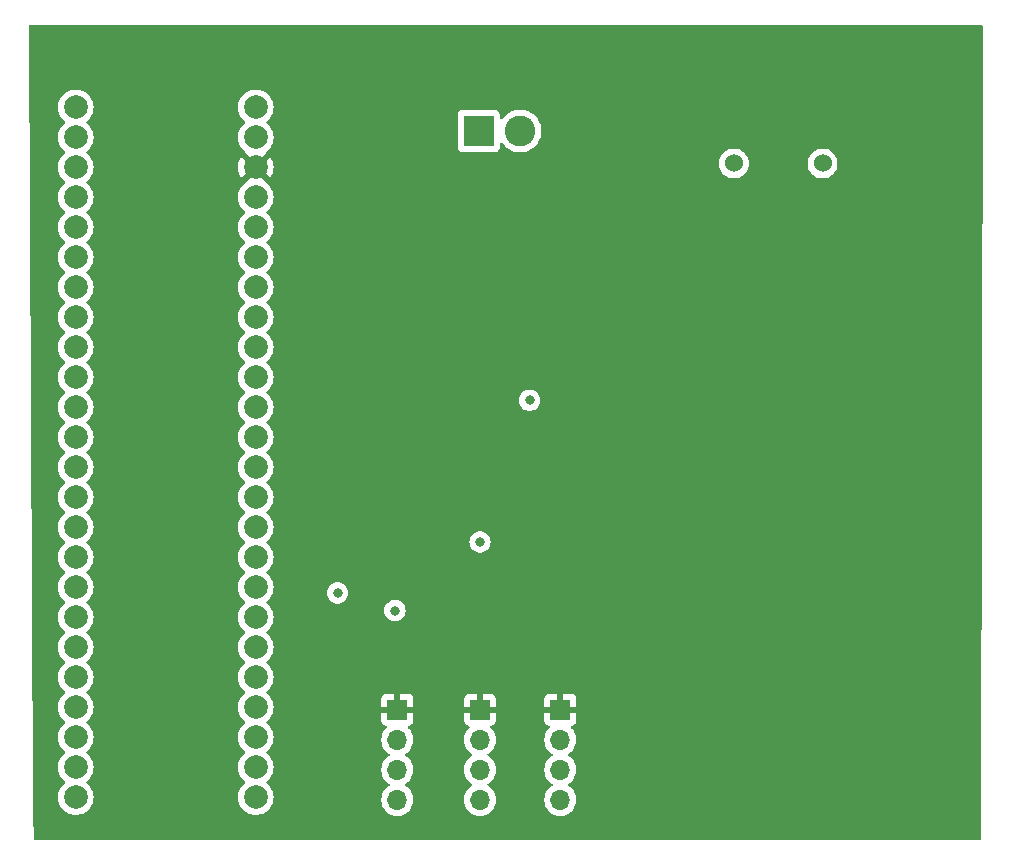
<source format=gbr>
%TF.GenerationSoftware,KiCad,Pcbnew,7.0.7*%
%TF.CreationDate,2024-01-17T14:00:17-05:00*%
%TF.ProjectId,Unified_Board,556e6966-6965-4645-9f42-6f6172642e6b,rev?*%
%TF.SameCoordinates,Original*%
%TF.FileFunction,Copper,L2,Inr*%
%TF.FilePolarity,Positive*%
%FSLAX46Y46*%
G04 Gerber Fmt 4.6, Leading zero omitted, Abs format (unit mm)*
G04 Created by KiCad (PCBNEW 7.0.7) date 2024-01-17 14:00:17*
%MOMM*%
%LPD*%
G01*
G04 APERTURE LIST*
%TA.AperFunction,ComponentPad*%
%ADD10R,1.700000X1.700000*%
%TD*%
%TA.AperFunction,ComponentPad*%
%ADD11O,1.700000X1.700000*%
%TD*%
%TA.AperFunction,ComponentPad*%
%ADD12R,2.600000X2.600000*%
%TD*%
%TA.AperFunction,ComponentPad*%
%ADD13C,2.600000*%
%TD*%
%TA.AperFunction,ComponentPad*%
%ADD14C,1.524000*%
%TD*%
%TA.AperFunction,ComponentPad*%
%ADD15C,2.000000*%
%TD*%
%TA.AperFunction,ViaPad*%
%ADD16C,0.800000*%
%TD*%
G04 APERTURE END LIST*
D10*
%TO.N,/3.3V*%
%TO.C,J3*%
X107600000Y-96000000D03*
D11*
%TO.N,/SCL*%
X107600000Y-98540000D03*
%TO.N,/SDA*%
X107600000Y-101080000D03*
%TO.N,GND*%
X107600000Y-103620000D03*
%TD*%
D12*
%TO.N,Net-(J1-Pin_1)*%
%TO.C,J1*%
X114500000Y-47000000D03*
D13*
%TO.N,Net-(D6-K)*%
X118000000Y-47000000D03*
%TD*%
D14*
%TO.N,Net-(BZ1--)*%
%TO.C,BZ1*%
X136100000Y-49750000D03*
%TO.N,GND*%
X143600000Y-49750000D03*
%TD*%
D10*
%TO.N,/3.3V*%
%TO.C,J2*%
X114600000Y-96000000D03*
D11*
%TO.N,/Breakout_RX2*%
X114600000Y-98540000D03*
%TO.N,/Breakout_TX2*%
X114600000Y-101080000D03*
%TO.N,GND*%
X114600000Y-103620000D03*
%TD*%
D10*
%TO.N,/3.3V*%
%TO.C,J4*%
X121400000Y-96000000D03*
D11*
%TO.N,/Breakout_RX1*%
X121400000Y-98540000D03*
%TO.N,/Breakout_TX1*%
X121400000Y-101080000D03*
%TO.N,GND*%
X121400000Y-103620000D03*
%TD*%
D15*
%TO.N,GND*%
%TO.C,Teensy4.1*%
X80380000Y-44990000D03*
%TO.N,/Breakout_RX1*%
X80380000Y-47530000D03*
%TO.N,/Breakout_TX1*%
X80380000Y-50070000D03*
%TO.N,unconnected-(Teensy4.1-PWM-Pad3)*%
X80380000Y-52610000D03*
%TO.N,unconnected-(Teensy4.1-PWM-Pad4)*%
X80380000Y-55150000D03*
%TO.N,unconnected-(Teensy4.1-PWM-Pad5)*%
X80380000Y-57690000D03*
%TO.N,unconnected-(Teensy4.1-PWM-Pad6)*%
X80380000Y-60230000D03*
%TO.N,unconnected-(Teensy4.1-PWM-Pad7)*%
X80380000Y-62770000D03*
%TO.N,/Breakout_RX2*%
X80380000Y-65310000D03*
%TO.N,/Breakout_TX2*%
X80380000Y-67850000D03*
%TO.N,unconnected-(Teensy4.1-PWM-Pad10)*%
X80380000Y-70390000D03*
%TO.N,unconnected-(Teensy4.1-CS-Pad11)*%
X80380000Y-72930000D03*
%TO.N,unconnected-(Teensy4.1-MOSI-Pad12)*%
X80380000Y-75470000D03*
%TO.N,unconnected-(Teensy4.1-MISO-Pad13)*%
X80380000Y-78010000D03*
%TO.N,unconnected-(Teensy4.1-3.3V-Pad14)*%
X80380000Y-80550000D03*
%TO.N,unconnected-(Teensy4.1-SCL2-Pad15)*%
X80380000Y-83090000D03*
%TO.N,unconnected-(Teensy4.1-SDA2-Pad16)*%
X80380000Y-85630000D03*
%TO.N,unconnected-(Teensy4.1-MOSI1-Pad17)*%
X80380000Y-88170000D03*
%TO.N,unconnected-(Teensy4.1-SCK1-Pad18)*%
X80380000Y-90710000D03*
%TO.N,unconnected-(Teensy4.1-RX7-Pad19)*%
X80380000Y-93250000D03*
%TO.N,unconnected-(Teensy4.1-TX7-Pad20)*%
X80380000Y-95790000D03*
%TO.N,unconnected-(Teensy4.1-GPIO-Pad21)*%
X80380000Y-98330000D03*
%TO.N,unconnected-(Teensy4.1-GPIO-Pad22)*%
X80380000Y-100870000D03*
%TO.N,unconnected-(Teensy4.1-GPIO-Pad23)*%
X80380000Y-103410000D03*
%TO.N,Net-(R14-Pad1)*%
X95620000Y-103410000D03*
%TO.N,unconnected-(Teensy4.1-RX8-Pad25)*%
X95620000Y-100870000D03*
%TO.N,unconnected-(Teensy4.1-TX8-Pad26)*%
X95620000Y-98330000D03*
%TO.N,/BMP_I2C_ADDR*%
X95620000Y-95790000D03*
%TO.N,/BMP_INT*%
X95620000Y-93250000D03*
%TO.N,unconnected-(Teensy4.1-CS1-Pad29)*%
X95620000Y-90710000D03*
%TO.N,unconnected-(Teensy4.1-MISO-Pad30)*%
X95620000Y-88170000D03*
%TO.N,unconnected-(Teensy4.1-A16-Pad31)*%
X95620000Y-85630000D03*
%TO.N,unconnected-(Teensy4.1-A17-Pad32)*%
X95620000Y-83090000D03*
%TO.N,unconnected-(Teensy4.1-GND-Pad33)*%
X95620000Y-80550000D03*
%TO.N,unconnected-(Teensy4.1-SCK-Pad34)*%
X95620000Y-78010000D03*
%TO.N,unconnected-(Teensy4.1-A0-Pad35)*%
X95620000Y-75470000D03*
%TO.N,unconnected-(Teensy4.1-A1-Pad36)*%
X95620000Y-72930000D03*
%TO.N,unconnected-(Teensy4.1-A2-Pad37)*%
X95620000Y-70390000D03*
%TO.N,unconnected-(Teensy4.1-A3-Pad38)*%
X95620000Y-67850000D03*
%TO.N,/SDA*%
X95620000Y-65310000D03*
%TO.N,/SCL*%
X95620000Y-62770000D03*
%TO.N,unconnected-(Teensy4.1-TX5-Pad41)*%
X95620000Y-60230000D03*
%TO.N,unconnected-(Teensy4.1-RX5-Pad42)*%
X95620000Y-57690000D03*
%TO.N,unconnected-(Teensy4.1-PWM-Pad43)*%
X95620000Y-55150000D03*
%TO.N,unconnected-(Teensy4.1-PWM-Pad44)*%
X95620000Y-52610000D03*
%TO.N,/3.3V*%
X95620000Y-50070000D03*
%TO.N,Net-(D6-K)*%
X95620000Y-47530000D03*
%TO.N,Net-(J1-Pin_1)*%
X95620000Y-44990000D03*
%TD*%
D16*
%TO.N,/3.3V*%
X103200000Y-69400000D03*
X104600000Y-82800000D03*
X104600000Y-88400000D03*
%TO.N,GND*%
X118800000Y-69800000D03*
X107400000Y-87600000D03*
X114600000Y-81800000D03*
X102535137Y-86118906D03*
%TD*%
%TA.AperFunction,Conductor*%
%TO.N,/3.3V*%
G36*
X157142680Y-38019685D02*
G01*
X157188435Y-38072489D01*
X157199639Y-38124356D01*
X157101434Y-72005217D01*
X157000358Y-106876359D01*
X156980480Y-106943342D01*
X156927543Y-106988943D01*
X156876359Y-107000000D01*
X76923283Y-107000000D01*
X76856244Y-106980315D01*
X76810489Y-106927511D01*
X76799285Y-106876719D01*
X76788264Y-104975659D01*
X76779188Y-103410005D01*
X78874357Y-103410005D01*
X78894890Y-103657812D01*
X78894892Y-103657824D01*
X78955936Y-103898881D01*
X79055826Y-104126606D01*
X79191833Y-104334782D01*
X79191836Y-104334785D01*
X79360256Y-104517738D01*
X79556491Y-104670474D01*
X79775190Y-104788828D01*
X80010386Y-104869571D01*
X80255665Y-104910500D01*
X80504335Y-104910500D01*
X80749614Y-104869571D01*
X80984810Y-104788828D01*
X81203509Y-104670474D01*
X81399744Y-104517738D01*
X81568164Y-104334785D01*
X81704173Y-104126607D01*
X81804063Y-103898881D01*
X81865108Y-103657821D01*
X81885643Y-103410005D01*
X94114357Y-103410005D01*
X94134890Y-103657812D01*
X94134892Y-103657824D01*
X94195936Y-103898881D01*
X94295826Y-104126606D01*
X94431833Y-104334782D01*
X94431836Y-104334785D01*
X94600256Y-104517738D01*
X94796491Y-104670474D01*
X95015190Y-104788828D01*
X95250386Y-104869571D01*
X95495665Y-104910500D01*
X95744335Y-104910500D01*
X95989614Y-104869571D01*
X96224810Y-104788828D01*
X96443509Y-104670474D01*
X96639744Y-104517738D01*
X96808164Y-104334785D01*
X96944173Y-104126607D01*
X97044063Y-103898881D01*
X97105108Y-103657821D01*
X97108242Y-103620000D01*
X106244341Y-103620000D01*
X106264936Y-103855403D01*
X106264938Y-103855413D01*
X106326094Y-104083655D01*
X106326096Y-104083659D01*
X106326097Y-104083663D01*
X106425964Y-104297829D01*
X106425965Y-104297830D01*
X106425967Y-104297834D01*
X106451841Y-104334785D01*
X106561505Y-104491401D01*
X106728599Y-104658495D01*
X106825384Y-104726264D01*
X106922165Y-104794032D01*
X106922167Y-104794033D01*
X106922170Y-104794035D01*
X107136337Y-104893903D01*
X107364592Y-104955063D01*
X107552918Y-104971539D01*
X107599999Y-104975659D01*
X107600000Y-104975659D01*
X107600001Y-104975659D01*
X107639234Y-104972226D01*
X107835408Y-104955063D01*
X108063663Y-104893903D01*
X108277830Y-104794035D01*
X108471401Y-104658495D01*
X108638495Y-104491401D01*
X108774035Y-104297830D01*
X108873903Y-104083663D01*
X108935063Y-103855408D01*
X108955659Y-103620000D01*
X113244341Y-103620000D01*
X113264936Y-103855403D01*
X113264938Y-103855413D01*
X113326094Y-104083655D01*
X113326096Y-104083659D01*
X113326097Y-104083663D01*
X113425965Y-104297829D01*
X113425965Y-104297830D01*
X113425967Y-104297834D01*
X113451841Y-104334785D01*
X113561505Y-104491401D01*
X113728599Y-104658495D01*
X113825384Y-104726264D01*
X113922165Y-104794032D01*
X113922167Y-104794033D01*
X113922170Y-104794035D01*
X114136337Y-104893903D01*
X114364592Y-104955063D01*
X114552918Y-104971539D01*
X114599999Y-104975659D01*
X114600000Y-104975659D01*
X114600001Y-104975659D01*
X114639234Y-104972226D01*
X114835408Y-104955063D01*
X115063663Y-104893903D01*
X115277830Y-104794035D01*
X115471401Y-104658495D01*
X115638495Y-104491401D01*
X115774035Y-104297830D01*
X115873903Y-104083663D01*
X115935063Y-103855408D01*
X115955659Y-103620000D01*
X120044341Y-103620000D01*
X120064936Y-103855403D01*
X120064938Y-103855413D01*
X120126094Y-104083655D01*
X120126096Y-104083659D01*
X120126097Y-104083663D01*
X120225964Y-104297829D01*
X120225965Y-104297830D01*
X120225967Y-104297834D01*
X120251841Y-104334785D01*
X120361505Y-104491401D01*
X120528599Y-104658495D01*
X120625384Y-104726264D01*
X120722165Y-104794032D01*
X120722167Y-104794033D01*
X120722170Y-104794035D01*
X120936337Y-104893903D01*
X121164592Y-104955063D01*
X121352918Y-104971539D01*
X121399999Y-104975659D01*
X121400000Y-104975659D01*
X121400001Y-104975659D01*
X121439234Y-104972226D01*
X121635408Y-104955063D01*
X121863663Y-104893903D01*
X122077830Y-104794035D01*
X122271401Y-104658495D01*
X122438495Y-104491401D01*
X122574035Y-104297830D01*
X122673903Y-104083663D01*
X122735063Y-103855408D01*
X122755659Y-103620000D01*
X122735063Y-103384592D01*
X122688626Y-103211285D01*
X122673905Y-103156344D01*
X122673904Y-103156343D01*
X122673903Y-103156337D01*
X122574035Y-102942171D01*
X122559295Y-102921119D01*
X122438494Y-102748597D01*
X122271402Y-102581506D01*
X122271396Y-102581501D01*
X122085842Y-102451575D01*
X122042217Y-102396998D01*
X122035023Y-102327500D01*
X122066546Y-102265145D01*
X122085842Y-102248425D01*
X122181930Y-102181143D01*
X122271401Y-102118495D01*
X122438495Y-101951401D01*
X122574035Y-101757830D01*
X122673903Y-101543663D01*
X122735063Y-101315408D01*
X122755659Y-101080000D01*
X122735063Y-100844592D01*
X122688626Y-100671285D01*
X122673905Y-100616344D01*
X122673904Y-100616343D01*
X122673903Y-100616337D01*
X122574035Y-100402171D01*
X122559295Y-100381119D01*
X122438494Y-100208597D01*
X122271402Y-100041506D01*
X122271401Y-100041505D01*
X122085842Y-99911575D01*
X122085841Y-99911574D01*
X122042216Y-99856997D01*
X122035024Y-99787498D01*
X122066546Y-99725144D01*
X122085836Y-99708428D01*
X122271401Y-99578495D01*
X122438495Y-99411401D01*
X122574035Y-99217830D01*
X122673903Y-99003663D01*
X122735063Y-98775408D01*
X122755659Y-98540000D01*
X122735063Y-98304592D01*
X122688626Y-98131285D01*
X122673905Y-98076344D01*
X122673904Y-98076343D01*
X122673903Y-98076337D01*
X122574035Y-97862171D01*
X122559294Y-97841119D01*
X122438496Y-97668600D01*
X122383289Y-97613393D01*
X122316179Y-97546283D01*
X122282696Y-97484963D01*
X122287680Y-97415271D01*
X122329551Y-97359337D01*
X122360529Y-97342422D01*
X122492086Y-97293354D01*
X122492093Y-97293350D01*
X122607187Y-97207190D01*
X122607190Y-97207187D01*
X122693350Y-97092093D01*
X122693354Y-97092086D01*
X122743596Y-96957379D01*
X122743598Y-96957372D01*
X122749999Y-96897844D01*
X122750000Y-96897827D01*
X122750000Y-96250000D01*
X122013347Y-96250000D01*
X121946308Y-96230315D01*
X121900553Y-96177511D01*
X121890609Y-96108353D01*
X121894369Y-96091067D01*
X121900000Y-96071888D01*
X121900000Y-95928111D01*
X121894369Y-95908933D01*
X121894370Y-95839064D01*
X121932145Y-95780286D01*
X121995701Y-95751262D01*
X122013347Y-95750000D01*
X122750000Y-95750000D01*
X122750000Y-95102172D01*
X122749999Y-95102155D01*
X122743598Y-95042627D01*
X122743596Y-95042620D01*
X122693354Y-94907913D01*
X122693350Y-94907906D01*
X122607190Y-94792812D01*
X122607187Y-94792809D01*
X122492093Y-94706649D01*
X122492086Y-94706645D01*
X122357379Y-94656403D01*
X122357372Y-94656401D01*
X122297844Y-94650000D01*
X121650000Y-94650000D01*
X121649999Y-95387698D01*
X121630314Y-95454738D01*
X121577510Y-95500492D01*
X121508353Y-95510436D01*
X121435764Y-95500000D01*
X121435763Y-95500000D01*
X121364237Y-95500000D01*
X121364233Y-95500000D01*
X121291645Y-95510436D01*
X121222487Y-95500492D01*
X121169684Y-95454736D01*
X121150000Y-95387698D01*
X121150000Y-94650000D01*
X120502155Y-94650000D01*
X120442627Y-94656401D01*
X120442620Y-94656403D01*
X120307913Y-94706645D01*
X120307906Y-94706649D01*
X120192812Y-94792809D01*
X120192809Y-94792812D01*
X120106649Y-94907906D01*
X120106645Y-94907913D01*
X120056403Y-95042620D01*
X120056401Y-95042627D01*
X120050000Y-95102155D01*
X120050000Y-95750000D01*
X120786653Y-95750000D01*
X120853692Y-95769685D01*
X120899447Y-95822489D01*
X120909391Y-95891647D01*
X120905631Y-95908933D01*
X120900000Y-95928111D01*
X120900000Y-96071888D01*
X120905631Y-96091067D01*
X120905630Y-96160936D01*
X120867855Y-96219714D01*
X120804299Y-96248738D01*
X120786653Y-96250000D01*
X120050000Y-96250000D01*
X120050000Y-96897844D01*
X120056401Y-96957372D01*
X120056403Y-96957379D01*
X120106645Y-97092086D01*
X120106649Y-97092093D01*
X120192809Y-97207187D01*
X120192812Y-97207190D01*
X120307906Y-97293350D01*
X120307913Y-97293354D01*
X120439470Y-97342421D01*
X120495403Y-97384292D01*
X120519821Y-97449756D01*
X120504970Y-97518029D01*
X120483819Y-97546284D01*
X120361503Y-97668600D01*
X120225965Y-97862169D01*
X120225964Y-97862171D01*
X120126098Y-98076335D01*
X120126094Y-98076344D01*
X120064938Y-98304586D01*
X120064936Y-98304596D01*
X120044341Y-98539999D01*
X120044341Y-98540000D01*
X120064936Y-98775403D01*
X120064938Y-98775413D01*
X120126094Y-99003655D01*
X120126096Y-99003659D01*
X120126097Y-99003663D01*
X120225964Y-99217829D01*
X120225965Y-99217830D01*
X120225967Y-99217834D01*
X120361501Y-99411395D01*
X120361506Y-99411402D01*
X120528597Y-99578493D01*
X120528603Y-99578498D01*
X120714158Y-99708425D01*
X120757783Y-99763002D01*
X120764977Y-99832500D01*
X120733454Y-99894855D01*
X120714158Y-99911575D01*
X120528597Y-100041505D01*
X120361505Y-100208597D01*
X120225965Y-100402169D01*
X120225964Y-100402171D01*
X120126098Y-100616335D01*
X120126094Y-100616344D01*
X120064938Y-100844586D01*
X120064936Y-100844596D01*
X120044341Y-101079999D01*
X120044341Y-101080000D01*
X120064936Y-101315403D01*
X120064938Y-101315413D01*
X120126094Y-101543655D01*
X120126096Y-101543659D01*
X120126097Y-101543663D01*
X120225965Y-101757830D01*
X120225967Y-101757834D01*
X120361501Y-101951395D01*
X120361506Y-101951402D01*
X120528597Y-102118493D01*
X120528603Y-102118498D01*
X120714158Y-102248425D01*
X120757783Y-102303002D01*
X120764977Y-102372500D01*
X120733454Y-102434855D01*
X120714158Y-102451575D01*
X120528597Y-102581505D01*
X120361505Y-102748597D01*
X120225965Y-102942169D01*
X120225964Y-102942171D01*
X120126098Y-103156335D01*
X120126094Y-103156344D01*
X120064938Y-103384586D01*
X120064936Y-103384596D01*
X120044341Y-103619999D01*
X120044341Y-103620000D01*
X115955659Y-103620000D01*
X115935063Y-103384592D01*
X115888626Y-103211285D01*
X115873905Y-103156344D01*
X115873904Y-103156343D01*
X115873903Y-103156337D01*
X115774035Y-102942171D01*
X115759295Y-102921119D01*
X115638494Y-102748597D01*
X115471402Y-102581506D01*
X115471401Y-102581505D01*
X115285842Y-102451575D01*
X115285841Y-102451574D01*
X115242216Y-102396997D01*
X115235024Y-102327498D01*
X115266546Y-102265144D01*
X115285836Y-102248428D01*
X115471401Y-102118495D01*
X115638495Y-101951401D01*
X115774035Y-101757830D01*
X115873903Y-101543663D01*
X115935063Y-101315408D01*
X115955659Y-101080000D01*
X115935063Y-100844592D01*
X115888626Y-100671285D01*
X115873905Y-100616344D01*
X115873904Y-100616343D01*
X115873903Y-100616337D01*
X115774035Y-100402171D01*
X115759295Y-100381119D01*
X115638494Y-100208597D01*
X115471402Y-100041506D01*
X115471396Y-100041501D01*
X115285842Y-99911575D01*
X115242217Y-99856998D01*
X115235023Y-99787500D01*
X115266546Y-99725145D01*
X115285842Y-99708425D01*
X115381933Y-99641141D01*
X115471401Y-99578495D01*
X115638495Y-99411401D01*
X115774035Y-99217830D01*
X115873903Y-99003663D01*
X115935063Y-98775408D01*
X115955659Y-98540000D01*
X115935063Y-98304592D01*
X115888626Y-98131285D01*
X115873905Y-98076344D01*
X115873904Y-98076343D01*
X115873903Y-98076337D01*
X115774035Y-97862171D01*
X115759294Y-97841119D01*
X115638496Y-97668600D01*
X115583289Y-97613393D01*
X115516179Y-97546283D01*
X115482696Y-97484963D01*
X115487680Y-97415271D01*
X115529551Y-97359337D01*
X115560529Y-97342422D01*
X115692086Y-97293354D01*
X115692093Y-97293350D01*
X115807187Y-97207190D01*
X115807190Y-97207187D01*
X115893350Y-97092093D01*
X115893354Y-97092086D01*
X115943596Y-96957379D01*
X115943598Y-96957372D01*
X115949999Y-96897844D01*
X115950000Y-96897827D01*
X115950000Y-96250000D01*
X115213347Y-96250000D01*
X115146308Y-96230315D01*
X115100553Y-96177511D01*
X115090609Y-96108353D01*
X115094369Y-96091067D01*
X115100000Y-96071888D01*
X115100000Y-95928111D01*
X115094369Y-95908933D01*
X115094370Y-95839064D01*
X115132145Y-95780286D01*
X115195701Y-95751262D01*
X115213347Y-95750000D01*
X115950000Y-95750000D01*
X115950000Y-95102172D01*
X115949999Y-95102155D01*
X115943598Y-95042627D01*
X115943596Y-95042620D01*
X115893354Y-94907913D01*
X115893350Y-94907906D01*
X115807190Y-94792812D01*
X115807187Y-94792809D01*
X115692093Y-94706649D01*
X115692086Y-94706645D01*
X115557379Y-94656403D01*
X115557372Y-94656401D01*
X115497844Y-94650000D01*
X114850000Y-94650000D01*
X114850000Y-95387698D01*
X114830315Y-95454737D01*
X114777511Y-95500492D01*
X114708355Y-95510436D01*
X114635766Y-95500000D01*
X114635763Y-95500000D01*
X114564237Y-95500000D01*
X114564233Y-95500000D01*
X114491645Y-95510436D01*
X114422487Y-95500492D01*
X114369684Y-95454736D01*
X114350000Y-95387698D01*
X114350000Y-94650000D01*
X113702155Y-94650000D01*
X113642627Y-94656401D01*
X113642620Y-94656403D01*
X113507913Y-94706645D01*
X113507906Y-94706649D01*
X113392812Y-94792809D01*
X113392809Y-94792812D01*
X113306649Y-94907906D01*
X113306645Y-94907913D01*
X113256403Y-95042620D01*
X113256401Y-95042627D01*
X113250000Y-95102155D01*
X113250000Y-95750000D01*
X113986653Y-95750000D01*
X114053692Y-95769685D01*
X114099447Y-95822489D01*
X114109391Y-95891647D01*
X114105631Y-95908933D01*
X114100000Y-95928111D01*
X114100000Y-96071888D01*
X114105631Y-96091067D01*
X114105630Y-96160936D01*
X114067855Y-96219714D01*
X114004299Y-96248738D01*
X113986653Y-96250000D01*
X113250000Y-96250000D01*
X113250000Y-96897844D01*
X113256401Y-96957372D01*
X113256403Y-96957379D01*
X113306645Y-97092086D01*
X113306649Y-97092093D01*
X113392809Y-97207187D01*
X113392812Y-97207190D01*
X113507906Y-97293350D01*
X113507913Y-97293354D01*
X113639470Y-97342421D01*
X113695403Y-97384292D01*
X113719821Y-97449756D01*
X113704970Y-97518029D01*
X113683819Y-97546284D01*
X113561503Y-97668600D01*
X113425965Y-97862169D01*
X113425964Y-97862171D01*
X113326098Y-98076335D01*
X113326094Y-98076344D01*
X113264938Y-98304586D01*
X113264936Y-98304596D01*
X113244341Y-98539999D01*
X113244341Y-98540000D01*
X113264936Y-98775403D01*
X113264938Y-98775413D01*
X113326094Y-99003655D01*
X113326096Y-99003659D01*
X113326097Y-99003663D01*
X113425965Y-99217829D01*
X113425965Y-99217830D01*
X113425967Y-99217834D01*
X113561501Y-99411395D01*
X113561506Y-99411402D01*
X113728597Y-99578493D01*
X113728603Y-99578498D01*
X113914158Y-99708425D01*
X113957783Y-99763002D01*
X113964977Y-99832500D01*
X113933454Y-99894855D01*
X113914158Y-99911575D01*
X113728597Y-100041505D01*
X113561505Y-100208597D01*
X113425965Y-100402169D01*
X113425964Y-100402171D01*
X113326098Y-100616335D01*
X113326094Y-100616344D01*
X113264938Y-100844586D01*
X113264936Y-100844596D01*
X113244341Y-101079999D01*
X113244341Y-101080000D01*
X113264936Y-101315403D01*
X113264938Y-101315413D01*
X113326094Y-101543655D01*
X113326096Y-101543659D01*
X113326097Y-101543663D01*
X113425965Y-101757829D01*
X113425965Y-101757830D01*
X113425967Y-101757834D01*
X113561501Y-101951395D01*
X113561506Y-101951402D01*
X113728597Y-102118493D01*
X113728603Y-102118498D01*
X113914158Y-102248425D01*
X113957783Y-102303002D01*
X113964977Y-102372500D01*
X113933454Y-102434855D01*
X113914158Y-102451575D01*
X113728597Y-102581505D01*
X113561505Y-102748597D01*
X113425965Y-102942169D01*
X113425964Y-102942171D01*
X113326098Y-103156335D01*
X113326094Y-103156344D01*
X113264938Y-103384586D01*
X113264936Y-103384596D01*
X113244341Y-103619999D01*
X113244341Y-103620000D01*
X108955659Y-103620000D01*
X108935063Y-103384592D01*
X108888626Y-103211285D01*
X108873905Y-103156344D01*
X108873904Y-103156343D01*
X108873903Y-103156337D01*
X108774035Y-102942171D01*
X108759295Y-102921119D01*
X108638494Y-102748597D01*
X108471402Y-102581506D01*
X108471401Y-102581505D01*
X108285842Y-102451575D01*
X108285841Y-102451574D01*
X108242216Y-102396997D01*
X108235024Y-102327498D01*
X108266546Y-102265144D01*
X108285836Y-102248428D01*
X108471401Y-102118495D01*
X108638495Y-101951401D01*
X108774035Y-101757830D01*
X108873903Y-101543663D01*
X108935063Y-101315408D01*
X108955659Y-101080000D01*
X108935063Y-100844592D01*
X108888626Y-100671285D01*
X108873905Y-100616344D01*
X108873904Y-100616343D01*
X108873903Y-100616337D01*
X108774035Y-100402171D01*
X108759295Y-100381119D01*
X108638494Y-100208597D01*
X108471402Y-100041506D01*
X108471396Y-100041501D01*
X108285842Y-99911575D01*
X108242217Y-99856998D01*
X108235023Y-99787500D01*
X108266546Y-99725145D01*
X108285842Y-99708425D01*
X108381933Y-99641141D01*
X108471401Y-99578495D01*
X108638495Y-99411401D01*
X108774035Y-99217830D01*
X108873903Y-99003663D01*
X108935063Y-98775408D01*
X108955659Y-98540000D01*
X108935063Y-98304592D01*
X108888626Y-98131285D01*
X108873905Y-98076344D01*
X108873904Y-98076343D01*
X108873903Y-98076337D01*
X108774035Y-97862171D01*
X108759294Y-97841119D01*
X108638496Y-97668600D01*
X108583289Y-97613393D01*
X108516179Y-97546283D01*
X108482696Y-97484963D01*
X108487680Y-97415271D01*
X108529551Y-97359337D01*
X108560529Y-97342422D01*
X108692086Y-97293354D01*
X108692093Y-97293350D01*
X108807187Y-97207190D01*
X108807190Y-97207187D01*
X108893350Y-97092093D01*
X108893354Y-97092086D01*
X108943596Y-96957379D01*
X108943598Y-96957372D01*
X108949999Y-96897844D01*
X108950000Y-96897827D01*
X108950000Y-96250000D01*
X108213347Y-96250000D01*
X108146308Y-96230315D01*
X108100553Y-96177511D01*
X108090609Y-96108353D01*
X108094369Y-96091067D01*
X108100000Y-96071888D01*
X108100000Y-95928111D01*
X108094369Y-95908933D01*
X108094370Y-95839064D01*
X108132145Y-95780286D01*
X108195701Y-95751262D01*
X108213347Y-95750000D01*
X108949999Y-95750000D01*
X108950000Y-95102172D01*
X108949999Y-95102155D01*
X108943598Y-95042627D01*
X108943596Y-95042620D01*
X108893354Y-94907913D01*
X108893350Y-94907906D01*
X108807190Y-94792812D01*
X108807187Y-94792809D01*
X108692093Y-94706649D01*
X108692086Y-94706645D01*
X108557379Y-94656403D01*
X108557372Y-94656401D01*
X108497844Y-94650000D01*
X107850000Y-94650000D01*
X107850000Y-95387698D01*
X107830315Y-95454737D01*
X107777511Y-95500492D01*
X107708355Y-95510436D01*
X107635766Y-95500000D01*
X107635763Y-95500000D01*
X107564237Y-95500000D01*
X107564233Y-95500000D01*
X107491645Y-95510436D01*
X107422487Y-95500492D01*
X107369684Y-95454736D01*
X107350000Y-95387698D01*
X107350000Y-94650000D01*
X106702155Y-94650000D01*
X106642627Y-94656401D01*
X106642620Y-94656403D01*
X106507913Y-94706645D01*
X106507906Y-94706649D01*
X106392812Y-94792809D01*
X106392809Y-94792812D01*
X106306649Y-94907906D01*
X106306645Y-94907913D01*
X106256403Y-95042620D01*
X106256401Y-95042627D01*
X106250000Y-95102155D01*
X106250000Y-95750000D01*
X106986653Y-95750000D01*
X107053692Y-95769685D01*
X107099447Y-95822489D01*
X107109391Y-95891647D01*
X107105631Y-95908933D01*
X107100000Y-95928111D01*
X107100000Y-96071888D01*
X107105631Y-96091067D01*
X107105630Y-96160936D01*
X107067855Y-96219714D01*
X107004299Y-96248738D01*
X106986653Y-96250000D01*
X106250000Y-96250000D01*
X106250000Y-96897844D01*
X106256401Y-96957372D01*
X106256403Y-96957379D01*
X106306645Y-97092086D01*
X106306649Y-97092093D01*
X106392809Y-97207187D01*
X106392812Y-97207190D01*
X106507906Y-97293350D01*
X106507913Y-97293354D01*
X106639470Y-97342421D01*
X106695403Y-97384292D01*
X106719821Y-97449756D01*
X106704970Y-97518029D01*
X106683819Y-97546284D01*
X106561503Y-97668600D01*
X106425965Y-97862169D01*
X106425964Y-97862171D01*
X106326098Y-98076335D01*
X106326094Y-98076344D01*
X106264938Y-98304586D01*
X106264936Y-98304596D01*
X106244341Y-98539999D01*
X106244341Y-98540000D01*
X106264936Y-98775403D01*
X106264938Y-98775413D01*
X106326094Y-99003655D01*
X106326096Y-99003659D01*
X106326097Y-99003663D01*
X106425964Y-99217830D01*
X106425965Y-99217830D01*
X106425967Y-99217834D01*
X106561501Y-99411395D01*
X106561506Y-99411402D01*
X106728597Y-99578493D01*
X106728603Y-99578498D01*
X106914158Y-99708425D01*
X106957783Y-99763002D01*
X106964977Y-99832500D01*
X106933454Y-99894855D01*
X106914158Y-99911575D01*
X106728597Y-100041505D01*
X106561505Y-100208597D01*
X106425965Y-100402169D01*
X106425964Y-100402171D01*
X106326098Y-100616335D01*
X106326094Y-100616344D01*
X106264938Y-100844586D01*
X106264936Y-100844596D01*
X106244341Y-101079999D01*
X106244341Y-101080000D01*
X106264936Y-101315403D01*
X106264938Y-101315413D01*
X106326094Y-101543655D01*
X106326096Y-101543659D01*
X106326097Y-101543663D01*
X106425965Y-101757829D01*
X106425965Y-101757830D01*
X106425967Y-101757834D01*
X106561501Y-101951395D01*
X106561506Y-101951402D01*
X106728597Y-102118493D01*
X106728603Y-102118498D01*
X106914158Y-102248425D01*
X106957783Y-102303002D01*
X106964977Y-102372500D01*
X106933454Y-102434855D01*
X106914158Y-102451575D01*
X106728597Y-102581505D01*
X106561505Y-102748597D01*
X106425965Y-102942169D01*
X106425964Y-102942171D01*
X106326098Y-103156335D01*
X106326094Y-103156344D01*
X106264938Y-103384586D01*
X106264936Y-103384596D01*
X106244341Y-103619999D01*
X106244341Y-103620000D01*
X97108242Y-103620000D01*
X97125643Y-103410000D01*
X97123537Y-103384586D01*
X97105109Y-103162187D01*
X97105107Y-103162175D01*
X97044063Y-102921118D01*
X96944173Y-102693393D01*
X96808166Y-102485217D01*
X96761804Y-102434855D01*
X96639744Y-102302262D01*
X96556991Y-102237852D01*
X96516179Y-102181143D01*
X96512504Y-102111370D01*
X96547136Y-102050687D01*
X96556985Y-102042151D01*
X96639744Y-101977738D01*
X96808164Y-101794785D01*
X96944173Y-101586607D01*
X97044063Y-101358881D01*
X97105108Y-101117821D01*
X97125643Y-100870000D01*
X97123537Y-100844586D01*
X97105109Y-100622187D01*
X97105107Y-100622175D01*
X97044063Y-100381118D01*
X96944173Y-100153393D01*
X96808166Y-99945217D01*
X96761804Y-99894855D01*
X96639744Y-99762262D01*
X96556991Y-99697852D01*
X96516179Y-99641143D01*
X96512504Y-99571370D01*
X96547136Y-99510687D01*
X96556985Y-99502151D01*
X96639744Y-99437738D01*
X96808164Y-99254785D01*
X96944173Y-99046607D01*
X97044063Y-98818881D01*
X97105108Y-98577821D01*
X97125643Y-98330000D01*
X97123537Y-98304586D01*
X97105109Y-98082187D01*
X97105107Y-98082175D01*
X97044063Y-97841118D01*
X96944173Y-97613393D01*
X96808166Y-97405217D01*
X96750358Y-97342421D01*
X96639744Y-97222262D01*
X96556991Y-97157852D01*
X96516179Y-97101143D01*
X96512504Y-97031370D01*
X96547136Y-96970687D01*
X96556985Y-96962151D01*
X96639744Y-96897738D01*
X96808164Y-96714785D01*
X96944173Y-96506607D01*
X97044063Y-96278881D01*
X97105108Y-96037821D01*
X97115788Y-95908933D01*
X97125643Y-95790005D01*
X97125643Y-95789994D01*
X97105109Y-95542187D01*
X97105107Y-95542175D01*
X97044063Y-95301118D01*
X96944173Y-95073393D01*
X96808166Y-94865217D01*
X96741512Y-94792812D01*
X96639744Y-94682262D01*
X96556991Y-94617852D01*
X96516179Y-94561143D01*
X96512504Y-94491370D01*
X96547136Y-94430687D01*
X96556985Y-94422151D01*
X96639744Y-94357738D01*
X96808164Y-94174785D01*
X96944173Y-93966607D01*
X97044063Y-93738881D01*
X97105108Y-93497821D01*
X97125643Y-93250000D01*
X97105108Y-93002179D01*
X97044063Y-92761119D01*
X96944173Y-92533393D01*
X96808166Y-92325217D01*
X96786557Y-92301744D01*
X96639744Y-92142262D01*
X96556991Y-92077852D01*
X96516179Y-92021143D01*
X96512504Y-91951370D01*
X96547136Y-91890687D01*
X96556985Y-91882151D01*
X96639744Y-91817738D01*
X96808164Y-91634785D01*
X96944173Y-91426607D01*
X97044063Y-91198881D01*
X97105108Y-90957821D01*
X97125643Y-90710000D01*
X97105108Y-90462179D01*
X97044063Y-90221119D01*
X96944173Y-89993393D01*
X96944173Y-89993392D01*
X96808166Y-89785217D01*
X96786557Y-89761744D01*
X96639744Y-89602262D01*
X96556991Y-89537852D01*
X96516179Y-89481143D01*
X96512504Y-89411370D01*
X96547136Y-89350687D01*
X96556985Y-89342151D01*
X96639744Y-89277738D01*
X96808164Y-89094785D01*
X96944173Y-88886607D01*
X97044063Y-88658881D01*
X97105108Y-88417821D01*
X97107898Y-88384148D01*
X97125643Y-88170005D01*
X97125643Y-88169994D01*
X97105109Y-87922187D01*
X97105107Y-87922175D01*
X97044063Y-87681118D01*
X97008481Y-87600000D01*
X106494540Y-87600000D01*
X106514326Y-87788256D01*
X106514327Y-87788259D01*
X106572818Y-87968277D01*
X106572821Y-87968284D01*
X106667467Y-88132216D01*
X106794128Y-88272887D01*
X106794129Y-88272888D01*
X106947265Y-88384148D01*
X106947270Y-88384151D01*
X107120192Y-88461142D01*
X107120197Y-88461144D01*
X107305354Y-88500500D01*
X107305355Y-88500500D01*
X107494644Y-88500500D01*
X107494646Y-88500500D01*
X107679803Y-88461144D01*
X107852730Y-88384151D01*
X108005871Y-88272888D01*
X108132533Y-88132216D01*
X108227179Y-87968284D01*
X108285674Y-87788256D01*
X108305460Y-87600000D01*
X108285674Y-87411744D01*
X108227179Y-87231716D01*
X108132533Y-87067784D01*
X108005871Y-86927112D01*
X107981666Y-86909526D01*
X107852734Y-86815851D01*
X107852729Y-86815848D01*
X107679807Y-86738857D01*
X107679802Y-86738855D01*
X107534000Y-86707865D01*
X107494646Y-86699500D01*
X107305354Y-86699500D01*
X107272897Y-86706398D01*
X107120197Y-86738855D01*
X107120192Y-86738857D01*
X106947270Y-86815848D01*
X106947265Y-86815851D01*
X106794129Y-86927111D01*
X106667466Y-87067785D01*
X106572821Y-87231715D01*
X106572818Y-87231722D01*
X106514327Y-87411740D01*
X106514326Y-87411744D01*
X106494540Y-87600000D01*
X97008481Y-87600000D01*
X96944173Y-87453393D01*
X96808166Y-87245217D01*
X96786557Y-87221744D01*
X96639744Y-87062262D01*
X96556991Y-86997852D01*
X96516179Y-86941143D01*
X96512504Y-86871370D01*
X96547136Y-86810687D01*
X96556985Y-86802151D01*
X96639744Y-86737738D01*
X96808164Y-86554785D01*
X96944173Y-86346607D01*
X97044052Y-86118906D01*
X101629677Y-86118906D01*
X101649463Y-86307162D01*
X101649464Y-86307165D01*
X101707955Y-86487183D01*
X101707958Y-86487190D01*
X101802604Y-86651122D01*
X101881601Y-86738857D01*
X101929266Y-86791794D01*
X102082402Y-86903054D01*
X102082407Y-86903057D01*
X102255329Y-86980048D01*
X102255334Y-86980050D01*
X102440491Y-87019406D01*
X102440492Y-87019406D01*
X102629781Y-87019406D01*
X102629783Y-87019406D01*
X102814940Y-86980050D01*
X102987867Y-86903057D01*
X103141008Y-86791794D01*
X103267670Y-86651122D01*
X103362316Y-86487190D01*
X103420811Y-86307162D01*
X103440597Y-86118906D01*
X103420811Y-85930650D01*
X103362316Y-85750622D01*
X103267670Y-85586690D01*
X103141008Y-85446018D01*
X103141007Y-85446017D01*
X102987871Y-85334757D01*
X102987866Y-85334754D01*
X102814944Y-85257763D01*
X102814939Y-85257761D01*
X102669137Y-85226771D01*
X102629783Y-85218406D01*
X102440491Y-85218406D01*
X102408034Y-85225304D01*
X102255334Y-85257761D01*
X102255329Y-85257763D01*
X102082407Y-85334754D01*
X102082402Y-85334757D01*
X101929266Y-85446017D01*
X101802603Y-85586691D01*
X101707958Y-85750621D01*
X101707955Y-85750628D01*
X101666631Y-85877812D01*
X101649463Y-85930650D01*
X101629677Y-86118906D01*
X97044052Y-86118906D01*
X97044063Y-86118881D01*
X97105108Y-85877821D01*
X97105109Y-85877812D01*
X97125643Y-85630005D01*
X97125643Y-85629994D01*
X97105109Y-85382187D01*
X97105107Y-85382175D01*
X97044063Y-85141118D01*
X96944173Y-84913393D01*
X96808166Y-84705217D01*
X96786557Y-84681744D01*
X96639744Y-84522262D01*
X96556991Y-84457852D01*
X96516179Y-84401143D01*
X96512504Y-84331370D01*
X96547136Y-84270687D01*
X96556985Y-84262151D01*
X96639744Y-84197738D01*
X96808164Y-84014785D01*
X96944173Y-83806607D01*
X97044063Y-83578881D01*
X97105108Y-83337821D01*
X97125643Y-83090000D01*
X97105108Y-82842179D01*
X97069230Y-82700500D01*
X97044063Y-82601118D01*
X96944173Y-82373393D01*
X96808166Y-82165217D01*
X96786557Y-82141744D01*
X96639744Y-81982262D01*
X96556991Y-81917852D01*
X96516179Y-81861143D01*
X96512959Y-81800000D01*
X113694540Y-81800000D01*
X113714326Y-81988256D01*
X113714327Y-81988259D01*
X113772818Y-82168277D01*
X113772821Y-82168284D01*
X113867467Y-82332216D01*
X113994128Y-82472887D01*
X113994129Y-82472888D01*
X114147265Y-82584148D01*
X114147270Y-82584151D01*
X114320192Y-82661142D01*
X114320197Y-82661144D01*
X114505354Y-82700500D01*
X114505355Y-82700500D01*
X114694644Y-82700500D01*
X114694646Y-82700500D01*
X114879803Y-82661144D01*
X115052730Y-82584151D01*
X115205871Y-82472888D01*
X115332533Y-82332216D01*
X115427179Y-82168284D01*
X115485674Y-81988256D01*
X115505460Y-81800000D01*
X115485674Y-81611744D01*
X115427179Y-81431716D01*
X115332533Y-81267784D01*
X115205871Y-81127112D01*
X115205870Y-81127111D01*
X115052734Y-81015851D01*
X115052729Y-81015848D01*
X114879807Y-80938857D01*
X114879802Y-80938855D01*
X114734000Y-80907865D01*
X114694646Y-80899500D01*
X114505354Y-80899500D01*
X114472897Y-80906398D01*
X114320197Y-80938855D01*
X114320192Y-80938857D01*
X114147270Y-81015848D01*
X114147265Y-81015851D01*
X113994129Y-81127111D01*
X113867466Y-81267785D01*
X113772821Y-81431715D01*
X113772818Y-81431722D01*
X113714327Y-81611740D01*
X113714326Y-81611744D01*
X113694540Y-81800000D01*
X96512959Y-81800000D01*
X96512504Y-81791370D01*
X96547136Y-81730687D01*
X96556985Y-81722151D01*
X96639744Y-81657738D01*
X96808164Y-81474785D01*
X96944173Y-81266607D01*
X97044063Y-81038881D01*
X97105108Y-80797821D01*
X97125643Y-80550000D01*
X97105108Y-80302179D01*
X97044063Y-80061119D01*
X96944173Y-79833393D01*
X96944173Y-79833392D01*
X96808166Y-79625217D01*
X96786557Y-79601744D01*
X96639744Y-79442262D01*
X96556991Y-79377852D01*
X96516179Y-79321143D01*
X96512504Y-79251370D01*
X96547136Y-79190687D01*
X96556985Y-79182151D01*
X96639744Y-79117738D01*
X96808164Y-78934785D01*
X96944173Y-78726607D01*
X97044063Y-78498881D01*
X97105108Y-78257821D01*
X97125643Y-78010000D01*
X97105108Y-77762179D01*
X97044063Y-77521119D01*
X96944173Y-77293393D01*
X96808166Y-77085217D01*
X96787860Y-77063159D01*
X96639744Y-76902262D01*
X96612525Y-76881077D01*
X96556991Y-76837852D01*
X96516178Y-76781141D01*
X96512505Y-76711368D01*
X96547136Y-76650685D01*
X96556974Y-76642160D01*
X96639744Y-76577738D01*
X96808164Y-76394785D01*
X96944173Y-76186607D01*
X97044063Y-75958881D01*
X97105108Y-75717821D01*
X97125643Y-75470000D01*
X97105108Y-75222179D01*
X97044063Y-74981119D01*
X96944173Y-74753393D01*
X96808166Y-74545217D01*
X96787860Y-74523159D01*
X96639744Y-74362262D01*
X96612525Y-74341077D01*
X96556991Y-74297852D01*
X96516178Y-74241141D01*
X96512505Y-74171368D01*
X96547136Y-74110685D01*
X96556974Y-74102160D01*
X96639744Y-74037738D01*
X96808164Y-73854785D01*
X96944173Y-73646607D01*
X97044063Y-73418881D01*
X97105108Y-73177821D01*
X97125643Y-72930000D01*
X97105108Y-72682179D01*
X97044063Y-72441119D01*
X96944173Y-72213393D01*
X96808166Y-72005217D01*
X96787860Y-71983159D01*
X96639744Y-71822262D01*
X96612525Y-71801077D01*
X96556991Y-71757852D01*
X96516178Y-71701141D01*
X96512505Y-71631368D01*
X96547136Y-71570685D01*
X96556974Y-71562160D01*
X96639744Y-71497738D01*
X96808164Y-71314785D01*
X96944173Y-71106607D01*
X97044063Y-70878881D01*
X97105108Y-70637821D01*
X97105109Y-70637812D01*
X97125643Y-70390005D01*
X97125643Y-70389994D01*
X97105109Y-70142187D01*
X97105107Y-70142175D01*
X97044063Y-69901118D01*
X96999708Y-69800000D01*
X117894540Y-69800000D01*
X117914326Y-69988256D01*
X117914327Y-69988259D01*
X117972818Y-70168277D01*
X117972821Y-70168284D01*
X118067467Y-70332216D01*
X118119501Y-70390005D01*
X118194129Y-70472888D01*
X118347265Y-70584148D01*
X118347270Y-70584151D01*
X118520192Y-70661142D01*
X118520197Y-70661144D01*
X118705354Y-70700500D01*
X118705355Y-70700500D01*
X118894644Y-70700500D01*
X118894646Y-70700500D01*
X119079803Y-70661144D01*
X119252730Y-70584151D01*
X119405871Y-70472888D01*
X119532533Y-70332216D01*
X119627179Y-70168284D01*
X119685674Y-69988256D01*
X119705460Y-69800000D01*
X119685674Y-69611744D01*
X119627179Y-69431716D01*
X119532533Y-69267784D01*
X119405871Y-69127112D01*
X119405870Y-69127111D01*
X119252734Y-69015851D01*
X119252729Y-69015848D01*
X119079807Y-68938857D01*
X119079802Y-68938855D01*
X118934000Y-68907865D01*
X118894646Y-68899500D01*
X118705354Y-68899500D01*
X118672897Y-68906398D01*
X118520197Y-68938855D01*
X118520192Y-68938857D01*
X118347270Y-69015848D01*
X118347265Y-69015851D01*
X118194129Y-69127111D01*
X118067466Y-69267785D01*
X117972821Y-69431715D01*
X117972818Y-69431722D01*
X117914327Y-69611740D01*
X117914326Y-69611744D01*
X117894540Y-69800000D01*
X96999708Y-69800000D01*
X96944173Y-69673393D01*
X96808166Y-69465217D01*
X96786557Y-69441744D01*
X96639744Y-69282262D01*
X96556991Y-69217852D01*
X96516179Y-69161143D01*
X96512504Y-69091370D01*
X96547136Y-69030687D01*
X96556985Y-69022151D01*
X96639744Y-68957738D01*
X96808164Y-68774785D01*
X96944173Y-68566607D01*
X97044063Y-68338881D01*
X97105108Y-68097821D01*
X97125643Y-67850000D01*
X97105108Y-67602179D01*
X97044063Y-67361119D01*
X96944173Y-67133393D01*
X96808166Y-66925217D01*
X96786557Y-66901744D01*
X96639744Y-66742262D01*
X96556991Y-66677852D01*
X96516179Y-66621143D01*
X96512504Y-66551370D01*
X96547136Y-66490687D01*
X96556985Y-66482151D01*
X96639744Y-66417738D01*
X96808164Y-66234785D01*
X96944173Y-66026607D01*
X97044063Y-65798881D01*
X97105108Y-65557821D01*
X97125643Y-65310000D01*
X97105108Y-65062179D01*
X97044063Y-64821119D01*
X96944173Y-64593393D01*
X96944173Y-64593392D01*
X96808166Y-64385217D01*
X96787860Y-64363159D01*
X96639744Y-64202262D01*
X96612525Y-64181077D01*
X96556991Y-64137852D01*
X96516178Y-64081141D01*
X96512505Y-64011368D01*
X96547136Y-63950685D01*
X96556974Y-63942160D01*
X96639744Y-63877738D01*
X96808164Y-63694785D01*
X96944173Y-63486607D01*
X97044063Y-63258881D01*
X97105108Y-63017821D01*
X97125643Y-62770000D01*
X97105108Y-62522179D01*
X97044063Y-62281119D01*
X96944173Y-62053393D01*
X96808166Y-61845217D01*
X96787860Y-61823159D01*
X96639744Y-61662262D01*
X96612525Y-61641077D01*
X96556991Y-61597852D01*
X96516178Y-61541141D01*
X96512505Y-61471368D01*
X96547136Y-61410685D01*
X96556974Y-61402160D01*
X96639744Y-61337738D01*
X96808164Y-61154785D01*
X96944173Y-60946607D01*
X97044063Y-60718881D01*
X97105108Y-60477821D01*
X97125643Y-60230000D01*
X97105108Y-59982179D01*
X97044063Y-59741119D01*
X96944173Y-59513393D01*
X96808166Y-59305217D01*
X96786557Y-59281744D01*
X96639744Y-59122262D01*
X96556991Y-59057852D01*
X96516179Y-59001143D01*
X96512504Y-58931370D01*
X96547136Y-58870687D01*
X96556985Y-58862151D01*
X96639744Y-58797738D01*
X96808164Y-58614785D01*
X96944173Y-58406607D01*
X97044063Y-58178881D01*
X97105108Y-57937821D01*
X97125643Y-57690000D01*
X97105108Y-57442179D01*
X97044063Y-57201119D01*
X96944173Y-56973393D01*
X96808166Y-56765217D01*
X96786557Y-56741744D01*
X96639744Y-56582262D01*
X96556991Y-56517852D01*
X96516179Y-56461143D01*
X96512504Y-56391370D01*
X96547136Y-56330687D01*
X96556985Y-56322151D01*
X96639744Y-56257738D01*
X96808164Y-56074785D01*
X96944173Y-55866607D01*
X97044063Y-55638881D01*
X97105108Y-55397821D01*
X97125643Y-55150000D01*
X97105108Y-54902179D01*
X97044063Y-54661119D01*
X96944173Y-54433393D01*
X96808166Y-54225217D01*
X96786557Y-54201744D01*
X96639744Y-54042262D01*
X96556991Y-53977852D01*
X96516179Y-53921143D01*
X96512504Y-53851370D01*
X96547136Y-53790687D01*
X96556985Y-53782151D01*
X96639744Y-53717738D01*
X96808164Y-53534785D01*
X96944173Y-53326607D01*
X97044063Y-53098881D01*
X97105108Y-52857821D01*
X97125643Y-52610000D01*
X97105108Y-52362179D01*
X97044063Y-52121119D01*
X96944173Y-51893393D01*
X96808166Y-51685217D01*
X96786557Y-51661744D01*
X96639744Y-51502262D01*
X96536253Y-51421712D01*
X96495442Y-51365003D01*
X96488655Y-51316176D01*
X96490056Y-51293609D01*
X95886301Y-50689854D01*
X95852816Y-50628531D01*
X95857800Y-50558839D01*
X95892780Y-50508460D01*
X95898559Y-50503452D01*
X95898562Y-50503451D01*
X96009395Y-50407413D01*
X96044187Y-50353274D01*
X96096990Y-50307519D01*
X96166149Y-50297575D01*
X96229705Y-50326599D01*
X96236184Y-50332632D01*
X96843434Y-50939882D01*
X96943731Y-50786369D01*
X97043587Y-50558717D01*
X97104612Y-50317738D01*
X97104614Y-50317729D01*
X97125141Y-50070005D01*
X97125141Y-50069994D01*
X97104614Y-49822270D01*
X97104612Y-49822261D01*
X97086313Y-49750002D01*
X134832677Y-49750002D01*
X134851929Y-49970062D01*
X134851930Y-49970070D01*
X134909104Y-50183445D01*
X134909105Y-50183447D01*
X134909106Y-50183450D01*
X134988295Y-50353272D01*
X135002466Y-50383662D01*
X135002468Y-50383666D01*
X135129170Y-50564615D01*
X135129175Y-50564621D01*
X135285378Y-50720824D01*
X135285384Y-50720829D01*
X135466333Y-50847531D01*
X135466335Y-50847532D01*
X135466338Y-50847534D01*
X135666550Y-50940894D01*
X135879932Y-50998070D01*
X136037123Y-51011822D01*
X136099998Y-51017323D01*
X136100000Y-51017323D01*
X136100002Y-51017323D01*
X136155017Y-51012509D01*
X136320068Y-50998070D01*
X136533450Y-50940894D01*
X136733662Y-50847534D01*
X136914620Y-50720826D01*
X137070826Y-50564620D01*
X137197534Y-50383662D01*
X137290894Y-50183450D01*
X137348070Y-49970068D01*
X137367323Y-49750002D01*
X142332677Y-49750002D01*
X142351929Y-49970062D01*
X142351930Y-49970070D01*
X142409104Y-50183445D01*
X142409105Y-50183447D01*
X142409106Y-50183450D01*
X142488295Y-50353272D01*
X142502466Y-50383662D01*
X142502468Y-50383666D01*
X142629170Y-50564615D01*
X142629175Y-50564621D01*
X142785378Y-50720824D01*
X142785384Y-50720829D01*
X142966333Y-50847531D01*
X142966335Y-50847532D01*
X142966338Y-50847534D01*
X143166550Y-50940894D01*
X143379932Y-50998070D01*
X143537123Y-51011822D01*
X143599998Y-51017323D01*
X143600000Y-51017323D01*
X143600002Y-51017323D01*
X143655017Y-51012509D01*
X143820068Y-50998070D01*
X144033450Y-50940894D01*
X144233662Y-50847534D01*
X144414620Y-50720826D01*
X144570826Y-50564620D01*
X144697534Y-50383662D01*
X144790894Y-50183450D01*
X144848070Y-49970068D01*
X144867323Y-49750000D01*
X144865799Y-49732584D01*
X144860103Y-49667474D01*
X144848070Y-49529932D01*
X144790894Y-49316550D01*
X144697534Y-49116339D01*
X144570826Y-48935380D01*
X144414620Y-48779174D01*
X144414616Y-48779171D01*
X144414615Y-48779170D01*
X144233666Y-48652468D01*
X144233662Y-48652466D01*
X144202082Y-48637740D01*
X144033450Y-48559106D01*
X144033447Y-48559105D01*
X144033445Y-48559104D01*
X143820070Y-48501930D01*
X143820062Y-48501929D01*
X143600002Y-48482677D01*
X143599998Y-48482677D01*
X143379937Y-48501929D01*
X143379929Y-48501930D01*
X143166554Y-48559104D01*
X143166548Y-48559107D01*
X142966340Y-48652465D01*
X142966338Y-48652466D01*
X142785377Y-48779175D01*
X142629175Y-48935377D01*
X142502466Y-49116338D01*
X142502465Y-49116340D01*
X142409107Y-49316548D01*
X142409104Y-49316554D01*
X142351930Y-49529929D01*
X142351929Y-49529937D01*
X142332677Y-49749997D01*
X142332677Y-49750002D01*
X137367323Y-49750002D01*
X137367323Y-49750000D01*
X137365799Y-49732584D01*
X137360103Y-49667474D01*
X137348070Y-49529932D01*
X137290894Y-49316550D01*
X137197534Y-49116339D01*
X137070826Y-48935380D01*
X136914620Y-48779174D01*
X136914616Y-48779171D01*
X136914615Y-48779170D01*
X136733666Y-48652468D01*
X136733662Y-48652466D01*
X136702082Y-48637740D01*
X136533450Y-48559106D01*
X136533447Y-48559105D01*
X136533445Y-48559104D01*
X136320070Y-48501930D01*
X136320062Y-48501929D01*
X136100002Y-48482677D01*
X136099998Y-48482677D01*
X135879937Y-48501929D01*
X135879929Y-48501930D01*
X135666554Y-48559104D01*
X135666548Y-48559107D01*
X135466340Y-48652465D01*
X135466338Y-48652466D01*
X135285377Y-48779175D01*
X135129175Y-48935377D01*
X135002466Y-49116338D01*
X135002465Y-49116340D01*
X134909107Y-49316548D01*
X134909104Y-49316554D01*
X134851930Y-49529929D01*
X134851929Y-49529937D01*
X134832677Y-49749997D01*
X134832677Y-49750002D01*
X97086313Y-49750002D01*
X97043587Y-49581282D01*
X96943731Y-49353630D01*
X96843434Y-49200116D01*
X96236184Y-49807367D01*
X96174861Y-49840852D01*
X96105169Y-49835868D01*
X96049236Y-49793996D01*
X96044187Y-49786725D01*
X96009395Y-49732587D01*
X96009392Y-49732584D01*
X95892779Y-49631537D01*
X95855005Y-49572759D01*
X95855005Y-49502889D01*
X95886301Y-49450144D01*
X96490056Y-48846389D01*
X96488655Y-48823823D01*
X96504148Y-48755693D01*
X96536250Y-48718290D01*
X96639744Y-48637738D01*
X96808164Y-48454785D01*
X96878015Y-48347870D01*
X112699500Y-48347870D01*
X112699501Y-48347876D01*
X112705908Y-48407483D01*
X112756202Y-48542328D01*
X112756206Y-48542335D01*
X112842452Y-48657544D01*
X112842455Y-48657547D01*
X112957664Y-48743793D01*
X112957671Y-48743797D01*
X113092517Y-48794091D01*
X113092516Y-48794091D01*
X113099444Y-48794835D01*
X113152127Y-48800500D01*
X115847872Y-48800499D01*
X115907483Y-48794091D01*
X116042331Y-48743796D01*
X116157546Y-48657546D01*
X116243796Y-48542331D01*
X116294091Y-48407483D01*
X116300500Y-48347873D01*
X116300499Y-48111042D01*
X116320183Y-48044005D01*
X116372987Y-47998250D01*
X116442146Y-47988306D01*
X116505701Y-48017331D01*
X116521446Y-48033731D01*
X116676442Y-48228089D01*
X116805543Y-48347876D01*
X116874259Y-48411635D01*
X117097226Y-48563651D01*
X117340359Y-48680738D01*
X117598228Y-48760280D01*
X117598229Y-48760280D01*
X117598232Y-48760281D01*
X117865063Y-48800499D01*
X117865068Y-48800499D01*
X117865071Y-48800500D01*
X117865072Y-48800500D01*
X118134928Y-48800500D01*
X118134929Y-48800500D01*
X118134936Y-48800499D01*
X118401767Y-48760281D01*
X118401768Y-48760280D01*
X118401772Y-48760280D01*
X118659641Y-48680738D01*
X118902775Y-48563651D01*
X119125741Y-48411635D01*
X119323561Y-48228085D01*
X119491815Y-48017102D01*
X119626743Y-47783398D01*
X119725334Y-47532195D01*
X119785383Y-47269103D01*
X119805549Y-47000000D01*
X119785383Y-46730897D01*
X119725334Y-46467805D01*
X119626743Y-46216602D01*
X119491815Y-45982898D01*
X119323561Y-45771915D01*
X119323560Y-45771914D01*
X119323557Y-45771910D01*
X119125741Y-45588365D01*
X118902775Y-45436349D01*
X118902769Y-45436346D01*
X118902768Y-45436345D01*
X118902767Y-45436344D01*
X118659643Y-45319263D01*
X118659645Y-45319263D01*
X118401773Y-45239720D01*
X118401767Y-45239718D01*
X118134936Y-45199500D01*
X118134929Y-45199500D01*
X117865071Y-45199500D01*
X117865063Y-45199500D01*
X117598232Y-45239718D01*
X117598226Y-45239720D01*
X117340358Y-45319262D01*
X117097230Y-45436346D01*
X116874258Y-45588365D01*
X116676442Y-45771910D01*
X116521446Y-45966269D01*
X116464257Y-46006409D01*
X116394446Y-46009259D01*
X116334176Y-45973913D01*
X116302583Y-45911594D01*
X116300499Y-45888956D01*
X116300499Y-45652129D01*
X116300498Y-45652123D01*
X116300497Y-45652116D01*
X116294091Y-45592517D01*
X116292542Y-45588365D01*
X116243797Y-45457671D01*
X116243793Y-45457664D01*
X116157547Y-45342455D01*
X116157544Y-45342452D01*
X116042335Y-45256206D01*
X116042328Y-45256202D01*
X115907482Y-45205908D01*
X115907483Y-45205908D01*
X115847883Y-45199501D01*
X115847881Y-45199500D01*
X115847873Y-45199500D01*
X115847864Y-45199500D01*
X113152129Y-45199500D01*
X113152123Y-45199501D01*
X113092516Y-45205908D01*
X112957671Y-45256202D01*
X112957664Y-45256206D01*
X112842455Y-45342452D01*
X112842452Y-45342455D01*
X112756206Y-45457664D01*
X112756202Y-45457671D01*
X112705908Y-45592517D01*
X112699501Y-45652116D01*
X112699501Y-45652123D01*
X112699500Y-45652135D01*
X112699500Y-48347870D01*
X96878015Y-48347870D01*
X96944173Y-48246607D01*
X97044063Y-48018881D01*
X97105108Y-47777821D01*
X97120007Y-47598017D01*
X97125643Y-47530005D01*
X97125643Y-47529994D01*
X97105109Y-47282187D01*
X97105107Y-47282175D01*
X97044063Y-47041118D01*
X96944173Y-46813393D01*
X96808166Y-46605217D01*
X96786557Y-46581744D01*
X96639744Y-46422262D01*
X96556991Y-46357852D01*
X96516179Y-46301143D01*
X96512504Y-46231370D01*
X96547136Y-46170687D01*
X96556985Y-46162151D01*
X96639744Y-46097738D01*
X96808164Y-45914785D01*
X96944173Y-45706607D01*
X97044063Y-45478881D01*
X97105108Y-45237821D01*
X97105109Y-45237812D01*
X97125643Y-44990005D01*
X97125643Y-44989994D01*
X97105109Y-44742187D01*
X97105107Y-44742175D01*
X97044063Y-44501118D01*
X96944173Y-44273393D01*
X96808166Y-44065217D01*
X96786557Y-44041744D01*
X96639744Y-43882262D01*
X96443509Y-43729526D01*
X96443507Y-43729525D01*
X96443506Y-43729524D01*
X96224811Y-43611172D01*
X96224802Y-43611169D01*
X95989616Y-43530429D01*
X95744335Y-43489500D01*
X95495665Y-43489500D01*
X95250383Y-43530429D01*
X95015197Y-43611169D01*
X95015188Y-43611172D01*
X94796493Y-43729524D01*
X94600257Y-43882261D01*
X94431833Y-44065217D01*
X94295826Y-44273393D01*
X94195936Y-44501118D01*
X94134892Y-44742175D01*
X94134890Y-44742187D01*
X94114357Y-44989994D01*
X94114357Y-44990005D01*
X94134890Y-45237812D01*
X94134892Y-45237824D01*
X94195936Y-45478881D01*
X94295826Y-45706606D01*
X94431833Y-45914782D01*
X94431836Y-45914785D01*
X94600256Y-46097738D01*
X94683008Y-46162147D01*
X94723821Y-46218857D01*
X94727496Y-46288630D01*
X94692864Y-46349313D01*
X94683014Y-46357848D01*
X94626310Y-46401983D01*
X94600257Y-46422261D01*
X94431833Y-46605217D01*
X94295826Y-46813393D01*
X94195936Y-47041118D01*
X94134892Y-47282175D01*
X94134890Y-47282187D01*
X94114357Y-47529994D01*
X94114357Y-47530005D01*
X94134890Y-47777812D01*
X94134892Y-47777824D01*
X94195936Y-48018881D01*
X94295826Y-48246606D01*
X94431833Y-48454782D01*
X94431836Y-48454785D01*
X94600256Y-48637738D01*
X94600259Y-48637740D01*
X94600262Y-48637743D01*
X94703743Y-48718286D01*
X94744556Y-48774996D01*
X94751343Y-48823823D01*
X94749941Y-48846389D01*
X95353697Y-49450145D01*
X95387182Y-49511468D01*
X95382198Y-49581160D01*
X95347220Y-49631538D01*
X95246692Y-49718647D01*
X95230609Y-49732584D01*
X95230604Y-49732588D01*
X95230603Y-49732589D01*
X95195811Y-49786726D01*
X95143007Y-49832481D01*
X95073848Y-49842424D01*
X95010292Y-49813398D01*
X95003815Y-49807367D01*
X94396564Y-49200116D01*
X94296267Y-49353632D01*
X94196412Y-49581282D01*
X94135387Y-49822261D01*
X94135385Y-49822270D01*
X94114858Y-50069994D01*
X94114858Y-50070005D01*
X94135385Y-50317729D01*
X94135387Y-50317738D01*
X94196412Y-50558717D01*
X94296266Y-50786364D01*
X94396564Y-50939882D01*
X95003814Y-50332631D01*
X95065137Y-50299146D01*
X95134828Y-50304130D01*
X95190762Y-50346001D01*
X95195810Y-50353272D01*
X95230603Y-50407410D01*
X95230603Y-50407411D01*
X95347219Y-50508460D01*
X95384993Y-50567239D01*
X95384993Y-50637108D01*
X95353697Y-50689854D01*
X94749942Y-51293609D01*
X94751343Y-51316177D01*
X94735850Y-51384307D01*
X94703744Y-51421713D01*
X94600258Y-51502260D01*
X94431833Y-51685217D01*
X94295826Y-51893393D01*
X94195936Y-52121118D01*
X94134892Y-52362175D01*
X94134890Y-52362187D01*
X94114357Y-52609994D01*
X94114357Y-52610005D01*
X94134890Y-52857812D01*
X94134892Y-52857824D01*
X94195936Y-53098881D01*
X94295826Y-53326606D01*
X94431833Y-53534782D01*
X94431836Y-53534785D01*
X94600256Y-53717738D01*
X94683008Y-53782147D01*
X94723821Y-53838857D01*
X94727496Y-53908630D01*
X94692864Y-53969313D01*
X94683014Y-53977848D01*
X94624400Y-54023469D01*
X94600257Y-54042261D01*
X94431833Y-54225217D01*
X94295826Y-54433393D01*
X94195936Y-54661118D01*
X94134892Y-54902175D01*
X94134890Y-54902187D01*
X94114357Y-55149994D01*
X94114357Y-55150005D01*
X94134890Y-55397812D01*
X94134892Y-55397824D01*
X94195936Y-55638881D01*
X94295826Y-55866606D01*
X94431833Y-56074782D01*
X94431836Y-56074785D01*
X94600256Y-56257738D01*
X94683008Y-56322146D01*
X94723820Y-56378856D01*
X94727495Y-56448629D01*
X94692864Y-56509312D01*
X94683009Y-56517852D01*
X94600255Y-56582262D01*
X94431833Y-56765217D01*
X94295826Y-56973393D01*
X94195936Y-57201118D01*
X94134892Y-57442175D01*
X94134890Y-57442187D01*
X94114357Y-57689994D01*
X94114357Y-57690005D01*
X94134890Y-57937812D01*
X94134892Y-57937824D01*
X94195936Y-58178881D01*
X94295826Y-58406606D01*
X94431833Y-58614782D01*
X94431836Y-58614785D01*
X94600256Y-58797738D01*
X94683008Y-58862147D01*
X94723821Y-58918857D01*
X94727496Y-58988630D01*
X94692864Y-59049313D01*
X94683014Y-59057848D01*
X94624400Y-59103469D01*
X94600257Y-59122261D01*
X94431833Y-59305217D01*
X94295826Y-59513393D01*
X94195936Y-59741118D01*
X94134892Y-59982175D01*
X94134890Y-59982187D01*
X94114357Y-60229994D01*
X94114357Y-60230005D01*
X94134890Y-60477812D01*
X94134892Y-60477824D01*
X94195936Y-60718881D01*
X94295826Y-60946606D01*
X94431833Y-61154782D01*
X94431836Y-61154785D01*
X94600256Y-61337738D01*
X94683008Y-61402147D01*
X94723821Y-61458857D01*
X94727496Y-61528630D01*
X94692864Y-61589313D01*
X94683014Y-61597848D01*
X94624400Y-61643469D01*
X94600257Y-61662261D01*
X94431833Y-61845217D01*
X94295826Y-62053393D01*
X94195936Y-62281118D01*
X94134892Y-62522175D01*
X94134890Y-62522187D01*
X94114357Y-62769994D01*
X94114357Y-62770005D01*
X94134890Y-63017812D01*
X94134892Y-63017824D01*
X94195936Y-63258881D01*
X94295826Y-63486606D01*
X94431833Y-63694782D01*
X94431836Y-63694785D01*
X94600256Y-63877738D01*
X94683008Y-63942146D01*
X94723820Y-63998856D01*
X94727495Y-64068629D01*
X94692864Y-64129312D01*
X94683009Y-64137852D01*
X94600255Y-64202262D01*
X94431833Y-64385217D01*
X94295826Y-64593393D01*
X94195936Y-64821118D01*
X94134892Y-65062175D01*
X94134890Y-65062187D01*
X94114357Y-65309994D01*
X94114357Y-65310005D01*
X94134890Y-65557812D01*
X94134892Y-65557824D01*
X94195936Y-65798881D01*
X94295826Y-66026606D01*
X94431833Y-66234782D01*
X94431836Y-66234785D01*
X94600256Y-66417738D01*
X94683008Y-66482147D01*
X94723821Y-66538857D01*
X94727496Y-66608630D01*
X94692864Y-66669313D01*
X94683014Y-66677848D01*
X94624400Y-66723469D01*
X94600257Y-66742261D01*
X94431833Y-66925217D01*
X94295826Y-67133393D01*
X94195936Y-67361118D01*
X94134892Y-67602175D01*
X94134890Y-67602187D01*
X94114357Y-67849994D01*
X94114357Y-67850005D01*
X94134890Y-68097812D01*
X94134892Y-68097824D01*
X94195936Y-68338881D01*
X94295826Y-68566606D01*
X94431833Y-68774782D01*
X94431836Y-68774785D01*
X94600256Y-68957738D01*
X94683008Y-69022147D01*
X94723821Y-69078857D01*
X94727496Y-69148630D01*
X94692864Y-69209313D01*
X94683014Y-69217848D01*
X94624400Y-69263469D01*
X94600257Y-69282261D01*
X94431833Y-69465217D01*
X94295826Y-69673393D01*
X94195936Y-69901118D01*
X94134892Y-70142175D01*
X94134890Y-70142187D01*
X94114357Y-70389994D01*
X94114357Y-70390005D01*
X94134890Y-70637812D01*
X94134892Y-70637824D01*
X94195936Y-70878881D01*
X94295826Y-71106606D01*
X94431833Y-71314782D01*
X94431836Y-71314785D01*
X94600256Y-71497738D01*
X94683008Y-71562147D01*
X94723821Y-71618857D01*
X94727496Y-71688630D01*
X94692864Y-71749313D01*
X94683014Y-71757848D01*
X94624400Y-71803469D01*
X94600257Y-71822261D01*
X94431833Y-72005217D01*
X94295826Y-72213393D01*
X94195936Y-72441118D01*
X94134892Y-72682175D01*
X94134890Y-72682187D01*
X94114357Y-72929994D01*
X94114357Y-72930005D01*
X94134890Y-73177812D01*
X94134892Y-73177824D01*
X94195936Y-73418881D01*
X94295826Y-73646606D01*
X94431833Y-73854782D01*
X94431836Y-73854785D01*
X94600256Y-74037738D01*
X94683008Y-74102147D01*
X94723821Y-74158857D01*
X94727496Y-74228630D01*
X94692864Y-74289313D01*
X94683014Y-74297848D01*
X94624400Y-74343469D01*
X94600257Y-74362261D01*
X94431833Y-74545217D01*
X94295826Y-74753393D01*
X94195936Y-74981118D01*
X94134892Y-75222175D01*
X94134890Y-75222187D01*
X94114357Y-75469994D01*
X94114357Y-75470005D01*
X94134890Y-75717812D01*
X94134892Y-75717824D01*
X94195936Y-75958881D01*
X94295826Y-76186606D01*
X94431833Y-76394782D01*
X94431836Y-76394785D01*
X94600256Y-76577738D01*
X94683010Y-76642148D01*
X94723821Y-76698855D01*
X94727496Y-76768628D01*
X94692865Y-76829311D01*
X94683009Y-76837852D01*
X94600258Y-76902260D01*
X94431833Y-77085217D01*
X94295826Y-77293393D01*
X94195936Y-77521118D01*
X94134892Y-77762175D01*
X94134890Y-77762187D01*
X94114357Y-78009994D01*
X94114357Y-78010005D01*
X94134890Y-78257812D01*
X94134892Y-78257824D01*
X94195936Y-78498881D01*
X94295826Y-78726606D01*
X94431833Y-78934782D01*
X94431836Y-78934785D01*
X94600256Y-79117738D01*
X94683008Y-79182147D01*
X94723821Y-79238857D01*
X94727496Y-79308630D01*
X94692864Y-79369313D01*
X94683014Y-79377848D01*
X94624400Y-79423469D01*
X94600257Y-79442261D01*
X94431833Y-79625217D01*
X94295826Y-79833393D01*
X94195936Y-80061118D01*
X94134892Y-80302175D01*
X94134890Y-80302187D01*
X94114357Y-80549994D01*
X94114357Y-80550005D01*
X94134890Y-80797812D01*
X94134892Y-80797824D01*
X94195936Y-81038881D01*
X94295826Y-81266606D01*
X94431833Y-81474782D01*
X94431836Y-81474785D01*
X94600256Y-81657738D01*
X94683008Y-81722147D01*
X94723821Y-81778857D01*
X94727496Y-81848630D01*
X94692864Y-81909313D01*
X94683014Y-81917848D01*
X94624400Y-81963469D01*
X94600257Y-81982261D01*
X94431833Y-82165217D01*
X94295826Y-82373393D01*
X94195936Y-82601118D01*
X94134892Y-82842175D01*
X94134890Y-82842187D01*
X94114357Y-83089994D01*
X94114357Y-83090005D01*
X94134890Y-83337812D01*
X94134892Y-83337824D01*
X94195936Y-83578881D01*
X94295826Y-83806606D01*
X94431833Y-84014782D01*
X94431836Y-84014785D01*
X94600256Y-84197738D01*
X94683008Y-84262147D01*
X94723821Y-84318857D01*
X94727496Y-84388630D01*
X94692864Y-84449313D01*
X94683014Y-84457848D01*
X94624400Y-84503469D01*
X94600257Y-84522261D01*
X94431833Y-84705217D01*
X94295826Y-84913393D01*
X94195936Y-85141118D01*
X94134892Y-85382175D01*
X94134890Y-85382187D01*
X94114357Y-85629994D01*
X94114357Y-85630005D01*
X94134890Y-85877812D01*
X94134892Y-85877824D01*
X94195936Y-86118881D01*
X94295826Y-86346606D01*
X94431833Y-86554782D01*
X94431836Y-86554785D01*
X94600256Y-86737738D01*
X94683010Y-86802148D01*
X94723821Y-86858855D01*
X94727496Y-86928628D01*
X94692865Y-86989311D01*
X94683009Y-86997852D01*
X94600258Y-87062260D01*
X94431833Y-87245217D01*
X94295826Y-87453393D01*
X94195936Y-87681118D01*
X94134892Y-87922175D01*
X94134890Y-87922187D01*
X94114357Y-88169994D01*
X94114357Y-88170005D01*
X94134890Y-88417812D01*
X94134892Y-88417824D01*
X94195936Y-88658881D01*
X94295826Y-88886606D01*
X94431833Y-89094782D01*
X94431836Y-89094785D01*
X94600256Y-89277738D01*
X94683008Y-89342147D01*
X94723821Y-89398857D01*
X94727496Y-89468630D01*
X94692864Y-89529313D01*
X94683014Y-89537848D01*
X94624400Y-89583469D01*
X94600257Y-89602261D01*
X94431833Y-89785217D01*
X94295826Y-89993393D01*
X94195936Y-90221118D01*
X94134892Y-90462175D01*
X94134890Y-90462187D01*
X94114357Y-90709994D01*
X94114357Y-90710005D01*
X94134890Y-90957812D01*
X94134892Y-90957824D01*
X94195936Y-91198881D01*
X94295826Y-91426606D01*
X94431833Y-91634782D01*
X94431836Y-91634785D01*
X94600256Y-91817738D01*
X94683008Y-91882146D01*
X94723820Y-91938856D01*
X94727495Y-92008629D01*
X94692864Y-92069312D01*
X94683009Y-92077852D01*
X94600255Y-92142262D01*
X94431833Y-92325217D01*
X94295826Y-92533393D01*
X94195936Y-92761118D01*
X94134892Y-93002175D01*
X94134890Y-93002187D01*
X94114357Y-93249994D01*
X94114357Y-93250005D01*
X94134890Y-93497812D01*
X94134892Y-93497824D01*
X94195936Y-93738881D01*
X94295826Y-93966606D01*
X94431833Y-94174782D01*
X94431836Y-94174785D01*
X94600256Y-94357738D01*
X94683008Y-94422147D01*
X94723821Y-94478857D01*
X94727496Y-94548630D01*
X94692864Y-94609313D01*
X94683014Y-94617848D01*
X94641706Y-94650000D01*
X94600257Y-94682261D01*
X94431833Y-94865217D01*
X94295826Y-95073393D01*
X94195936Y-95301118D01*
X94134892Y-95542175D01*
X94134890Y-95542187D01*
X94114357Y-95789994D01*
X94114357Y-95790005D01*
X94134890Y-96037812D01*
X94134892Y-96037824D01*
X94195936Y-96278881D01*
X94295826Y-96506606D01*
X94431833Y-96714782D01*
X94431836Y-96714785D01*
X94600256Y-96897738D01*
X94683010Y-96962148D01*
X94723821Y-97018855D01*
X94727496Y-97088628D01*
X94692865Y-97149311D01*
X94683009Y-97157852D01*
X94600258Y-97222260D01*
X94431833Y-97405217D01*
X94295826Y-97613393D01*
X94195936Y-97841118D01*
X94134892Y-98082175D01*
X94134890Y-98082187D01*
X94114357Y-98329994D01*
X94114357Y-98330005D01*
X94134890Y-98577812D01*
X94134892Y-98577824D01*
X94195936Y-98818881D01*
X94295826Y-99046606D01*
X94431833Y-99254782D01*
X94431836Y-99254785D01*
X94600256Y-99437738D01*
X94683008Y-99502147D01*
X94723821Y-99558857D01*
X94727496Y-99628630D01*
X94692864Y-99689313D01*
X94683014Y-99697848D01*
X94669426Y-99708425D01*
X94600257Y-99762261D01*
X94431833Y-99945217D01*
X94295826Y-100153393D01*
X94195936Y-100381118D01*
X94134892Y-100622175D01*
X94134890Y-100622187D01*
X94114357Y-100869994D01*
X94114357Y-100870005D01*
X94134890Y-101117812D01*
X94134892Y-101117824D01*
X94195936Y-101358881D01*
X94295826Y-101586606D01*
X94431833Y-101794782D01*
X94431836Y-101794785D01*
X94600256Y-101977738D01*
X94683010Y-102042148D01*
X94723821Y-102098855D01*
X94727496Y-102168628D01*
X94692865Y-102229311D01*
X94683009Y-102237852D01*
X94600258Y-102302260D01*
X94431833Y-102485217D01*
X94295826Y-102693393D01*
X94195936Y-102921118D01*
X94134892Y-103162175D01*
X94134890Y-103162187D01*
X94114357Y-103409994D01*
X94114357Y-103410005D01*
X81885643Y-103410005D01*
X81885643Y-103410000D01*
X81883537Y-103384586D01*
X81865109Y-103162187D01*
X81865107Y-103162175D01*
X81804063Y-102921118D01*
X81704173Y-102693393D01*
X81568166Y-102485217D01*
X81521804Y-102434855D01*
X81399744Y-102302262D01*
X81316991Y-102237852D01*
X81276179Y-102181143D01*
X81272504Y-102111370D01*
X81307136Y-102050687D01*
X81316985Y-102042151D01*
X81399744Y-101977738D01*
X81568164Y-101794785D01*
X81704173Y-101586607D01*
X81804063Y-101358881D01*
X81865108Y-101117821D01*
X81885643Y-100870000D01*
X81883537Y-100844586D01*
X81865109Y-100622187D01*
X81865107Y-100622175D01*
X81804063Y-100381118D01*
X81704173Y-100153393D01*
X81568166Y-99945217D01*
X81521804Y-99894855D01*
X81399744Y-99762262D01*
X81352055Y-99725144D01*
X81316991Y-99697852D01*
X81276178Y-99641141D01*
X81272505Y-99571368D01*
X81307136Y-99510685D01*
X81316974Y-99502160D01*
X81399744Y-99437738D01*
X81568164Y-99254785D01*
X81704173Y-99046607D01*
X81804063Y-98818881D01*
X81865108Y-98577821D01*
X81885643Y-98330000D01*
X81883537Y-98304586D01*
X81865109Y-98082187D01*
X81865107Y-98082175D01*
X81804063Y-97841118D01*
X81704173Y-97613393D01*
X81568166Y-97405217D01*
X81510358Y-97342421D01*
X81399744Y-97222262D01*
X81316991Y-97157852D01*
X81276179Y-97101143D01*
X81272504Y-97031370D01*
X81307136Y-96970687D01*
X81316985Y-96962151D01*
X81399744Y-96897738D01*
X81568164Y-96714785D01*
X81704173Y-96506607D01*
X81804063Y-96278881D01*
X81865108Y-96037821D01*
X81875788Y-95908933D01*
X81885643Y-95790005D01*
X81885643Y-95789994D01*
X81865109Y-95542187D01*
X81865107Y-95542175D01*
X81804063Y-95301118D01*
X81704173Y-95073393D01*
X81568166Y-94865217D01*
X81501512Y-94792812D01*
X81399744Y-94682262D01*
X81316991Y-94617852D01*
X81276179Y-94561143D01*
X81272504Y-94491370D01*
X81307136Y-94430687D01*
X81316985Y-94422151D01*
X81399744Y-94357738D01*
X81568164Y-94174785D01*
X81704173Y-93966607D01*
X81804063Y-93738881D01*
X81865108Y-93497821D01*
X81885643Y-93250000D01*
X81865108Y-93002179D01*
X81804063Y-92761119D01*
X81704173Y-92533393D01*
X81568166Y-92325217D01*
X81546557Y-92301744D01*
X81399744Y-92142262D01*
X81316991Y-92077852D01*
X81276179Y-92021143D01*
X81272504Y-91951370D01*
X81307136Y-91890687D01*
X81316985Y-91882151D01*
X81399744Y-91817738D01*
X81568164Y-91634785D01*
X81704173Y-91426607D01*
X81804063Y-91198881D01*
X81865108Y-90957821D01*
X81885643Y-90710000D01*
X81865108Y-90462179D01*
X81804063Y-90221119D01*
X81704173Y-89993393D01*
X81568166Y-89785217D01*
X81546557Y-89761744D01*
X81399744Y-89602262D01*
X81316991Y-89537852D01*
X81276179Y-89481143D01*
X81272504Y-89411370D01*
X81307136Y-89350687D01*
X81316985Y-89342151D01*
X81399744Y-89277738D01*
X81568164Y-89094785D01*
X81704173Y-88886607D01*
X81804063Y-88658881D01*
X81865108Y-88417821D01*
X81867898Y-88384148D01*
X81885643Y-88170005D01*
X81885643Y-88169994D01*
X81865109Y-87922187D01*
X81865107Y-87922175D01*
X81804063Y-87681118D01*
X81704173Y-87453393D01*
X81568166Y-87245217D01*
X81546557Y-87221744D01*
X81399744Y-87062262D01*
X81316991Y-86997852D01*
X81276179Y-86941143D01*
X81272504Y-86871370D01*
X81307136Y-86810687D01*
X81316985Y-86802151D01*
X81399744Y-86737738D01*
X81568164Y-86554785D01*
X81704173Y-86346607D01*
X81804063Y-86118881D01*
X81865108Y-85877821D01*
X81865109Y-85877812D01*
X81885643Y-85630005D01*
X81885643Y-85629994D01*
X81865109Y-85382187D01*
X81865107Y-85382175D01*
X81804063Y-85141118D01*
X81704173Y-84913393D01*
X81568166Y-84705217D01*
X81546557Y-84681744D01*
X81399744Y-84522262D01*
X81316991Y-84457852D01*
X81276179Y-84401143D01*
X81272504Y-84331370D01*
X81307136Y-84270687D01*
X81316985Y-84262151D01*
X81399744Y-84197738D01*
X81568164Y-84014785D01*
X81704173Y-83806607D01*
X81804063Y-83578881D01*
X81865108Y-83337821D01*
X81885643Y-83090000D01*
X81865108Y-82842179D01*
X81829230Y-82700500D01*
X81804063Y-82601118D01*
X81704173Y-82373393D01*
X81568166Y-82165217D01*
X81546557Y-82141744D01*
X81399744Y-81982262D01*
X81316991Y-81917852D01*
X81276179Y-81861143D01*
X81272504Y-81791370D01*
X81307136Y-81730687D01*
X81316985Y-81722151D01*
X81399744Y-81657738D01*
X81568164Y-81474785D01*
X81704173Y-81266607D01*
X81804063Y-81038881D01*
X81865108Y-80797821D01*
X81885643Y-80550000D01*
X81865108Y-80302179D01*
X81804063Y-80061119D01*
X81704173Y-79833393D01*
X81704173Y-79833392D01*
X81568166Y-79625217D01*
X81546557Y-79601744D01*
X81399744Y-79442262D01*
X81316991Y-79377852D01*
X81276179Y-79321143D01*
X81272504Y-79251370D01*
X81307136Y-79190687D01*
X81316985Y-79182151D01*
X81399744Y-79117738D01*
X81568164Y-78934785D01*
X81704173Y-78726607D01*
X81804063Y-78498881D01*
X81865108Y-78257821D01*
X81885643Y-78010000D01*
X81865108Y-77762179D01*
X81804063Y-77521119D01*
X81704173Y-77293393D01*
X81568166Y-77085217D01*
X81546557Y-77061744D01*
X81399744Y-76902262D01*
X81316991Y-76837852D01*
X81276179Y-76781143D01*
X81272504Y-76711370D01*
X81307136Y-76650687D01*
X81316985Y-76642151D01*
X81399744Y-76577738D01*
X81568164Y-76394785D01*
X81704173Y-76186607D01*
X81804063Y-75958881D01*
X81865108Y-75717821D01*
X81885643Y-75470000D01*
X81865108Y-75222179D01*
X81804063Y-74981119D01*
X81704173Y-74753393D01*
X81568166Y-74545217D01*
X81546557Y-74521744D01*
X81399744Y-74362262D01*
X81316991Y-74297852D01*
X81276179Y-74241143D01*
X81272504Y-74171370D01*
X81307136Y-74110687D01*
X81316985Y-74102151D01*
X81399744Y-74037738D01*
X81568164Y-73854785D01*
X81704173Y-73646607D01*
X81804063Y-73418881D01*
X81865108Y-73177821D01*
X81885643Y-72930000D01*
X81865108Y-72682179D01*
X81804063Y-72441119D01*
X81704173Y-72213393D01*
X81568166Y-72005217D01*
X81546557Y-71981744D01*
X81399744Y-71822262D01*
X81316991Y-71757852D01*
X81276179Y-71701143D01*
X81272504Y-71631370D01*
X81307136Y-71570687D01*
X81316985Y-71562151D01*
X81399744Y-71497738D01*
X81568164Y-71314785D01*
X81704173Y-71106607D01*
X81804063Y-70878881D01*
X81865108Y-70637821D01*
X81865109Y-70637812D01*
X81885643Y-70390005D01*
X81885643Y-70389994D01*
X81865109Y-70142187D01*
X81865107Y-70142175D01*
X81804063Y-69901118D01*
X81704173Y-69673393D01*
X81568166Y-69465217D01*
X81546557Y-69441744D01*
X81399744Y-69282262D01*
X81316991Y-69217852D01*
X81276179Y-69161143D01*
X81272504Y-69091370D01*
X81307136Y-69030687D01*
X81316985Y-69022151D01*
X81399744Y-68957738D01*
X81568164Y-68774785D01*
X81704173Y-68566607D01*
X81804063Y-68338881D01*
X81865108Y-68097821D01*
X81885643Y-67850000D01*
X81865108Y-67602179D01*
X81804063Y-67361119D01*
X81704173Y-67133393D01*
X81568166Y-66925217D01*
X81546557Y-66901744D01*
X81399744Y-66742262D01*
X81316991Y-66677852D01*
X81276179Y-66621143D01*
X81272504Y-66551370D01*
X81307136Y-66490687D01*
X81316985Y-66482151D01*
X81399744Y-66417738D01*
X81568164Y-66234785D01*
X81704173Y-66026607D01*
X81804063Y-65798881D01*
X81865108Y-65557821D01*
X81885643Y-65310000D01*
X81865108Y-65062179D01*
X81804063Y-64821119D01*
X81704173Y-64593393D01*
X81568166Y-64385217D01*
X81546557Y-64361744D01*
X81399744Y-64202262D01*
X81316991Y-64137852D01*
X81276179Y-64081143D01*
X81272504Y-64011370D01*
X81307136Y-63950687D01*
X81316985Y-63942151D01*
X81399744Y-63877738D01*
X81568164Y-63694785D01*
X81704173Y-63486607D01*
X81804063Y-63258881D01*
X81865108Y-63017821D01*
X81885643Y-62770000D01*
X81865108Y-62522179D01*
X81804063Y-62281119D01*
X81704173Y-62053393D01*
X81568166Y-61845217D01*
X81546557Y-61821744D01*
X81399744Y-61662262D01*
X81316991Y-61597852D01*
X81276179Y-61541143D01*
X81272504Y-61471370D01*
X81307136Y-61410687D01*
X81316985Y-61402151D01*
X81399744Y-61337738D01*
X81568164Y-61154785D01*
X81704173Y-60946607D01*
X81804063Y-60718881D01*
X81865108Y-60477821D01*
X81885643Y-60230000D01*
X81865108Y-59982179D01*
X81804063Y-59741119D01*
X81704173Y-59513393D01*
X81704173Y-59513392D01*
X81568166Y-59305217D01*
X81546557Y-59281744D01*
X81399744Y-59122262D01*
X81316991Y-59057852D01*
X81276179Y-59001143D01*
X81272504Y-58931370D01*
X81307136Y-58870687D01*
X81316985Y-58862151D01*
X81399744Y-58797738D01*
X81568164Y-58614785D01*
X81704173Y-58406607D01*
X81804063Y-58178881D01*
X81865108Y-57937821D01*
X81885643Y-57690000D01*
X81865108Y-57442179D01*
X81804063Y-57201119D01*
X81704173Y-56973393D01*
X81704172Y-56973393D01*
X81568166Y-56765217D01*
X81546557Y-56741744D01*
X81399744Y-56582262D01*
X81316991Y-56517852D01*
X81276179Y-56461143D01*
X81272504Y-56391370D01*
X81307136Y-56330687D01*
X81316985Y-56322151D01*
X81399744Y-56257738D01*
X81568164Y-56074785D01*
X81704173Y-55866607D01*
X81804063Y-55638881D01*
X81865108Y-55397821D01*
X81885643Y-55150000D01*
X81865108Y-54902179D01*
X81804063Y-54661119D01*
X81704173Y-54433393D01*
X81704172Y-54433393D01*
X81568166Y-54225217D01*
X81547860Y-54203159D01*
X81399744Y-54042262D01*
X81372525Y-54021077D01*
X81316991Y-53977852D01*
X81276178Y-53921141D01*
X81272505Y-53851368D01*
X81307136Y-53790685D01*
X81316974Y-53782160D01*
X81399744Y-53717738D01*
X81568164Y-53534785D01*
X81704173Y-53326607D01*
X81804063Y-53098881D01*
X81865108Y-52857821D01*
X81885643Y-52610000D01*
X81865108Y-52362179D01*
X81804063Y-52121119D01*
X81704173Y-51893393D01*
X81704172Y-51893393D01*
X81568166Y-51685217D01*
X81546557Y-51661744D01*
X81399744Y-51502262D01*
X81316991Y-51437852D01*
X81276179Y-51381143D01*
X81272504Y-51311370D01*
X81307136Y-51250687D01*
X81316985Y-51242151D01*
X81399744Y-51177738D01*
X81568164Y-50994785D01*
X81704173Y-50786607D01*
X81804063Y-50558881D01*
X81865108Y-50317821D01*
X81865962Y-50307519D01*
X81885643Y-50070005D01*
X81885643Y-50069994D01*
X81865109Y-49822187D01*
X81865107Y-49822175D01*
X81804063Y-49581118D01*
X81704173Y-49353393D01*
X81568166Y-49145217D01*
X81462561Y-49030500D01*
X81399744Y-48962262D01*
X81316991Y-48897852D01*
X81276179Y-48841143D01*
X81272504Y-48771370D01*
X81307136Y-48710687D01*
X81316985Y-48702151D01*
X81399744Y-48637738D01*
X81568164Y-48454785D01*
X81704173Y-48246607D01*
X81804063Y-48018881D01*
X81865108Y-47777821D01*
X81880007Y-47598017D01*
X81885643Y-47530005D01*
X81885643Y-47529994D01*
X81865109Y-47282187D01*
X81865107Y-47282175D01*
X81804063Y-47041118D01*
X81704173Y-46813393D01*
X81568166Y-46605217D01*
X81546557Y-46581744D01*
X81399744Y-46422262D01*
X81316991Y-46357852D01*
X81276179Y-46301143D01*
X81272504Y-46231370D01*
X81307136Y-46170687D01*
X81316985Y-46162151D01*
X81399744Y-46097738D01*
X81568164Y-45914785D01*
X81704173Y-45706607D01*
X81804063Y-45478881D01*
X81865108Y-45237821D01*
X81865109Y-45237812D01*
X81885643Y-44990005D01*
X81885643Y-44989994D01*
X81865109Y-44742187D01*
X81865107Y-44742175D01*
X81804063Y-44501118D01*
X81704173Y-44273393D01*
X81568166Y-44065217D01*
X81546557Y-44041744D01*
X81399744Y-43882262D01*
X81203509Y-43729526D01*
X81203507Y-43729525D01*
X81203506Y-43729524D01*
X80984811Y-43611172D01*
X80984802Y-43611169D01*
X80749616Y-43530429D01*
X80504335Y-43489500D01*
X80255665Y-43489500D01*
X80010383Y-43530429D01*
X79775197Y-43611169D01*
X79775188Y-43611172D01*
X79556493Y-43729524D01*
X79360257Y-43882261D01*
X79191833Y-44065217D01*
X79055826Y-44273393D01*
X78955936Y-44501118D01*
X78894892Y-44742175D01*
X78894890Y-44742187D01*
X78874357Y-44989994D01*
X78874357Y-44990005D01*
X78894890Y-45237812D01*
X78894892Y-45237824D01*
X78955936Y-45478881D01*
X79055826Y-45706606D01*
X79191833Y-45914782D01*
X79191836Y-45914785D01*
X79360256Y-46097738D01*
X79443008Y-46162146D01*
X79483820Y-46218856D01*
X79487495Y-46288629D01*
X79452864Y-46349312D01*
X79443009Y-46357852D01*
X79360255Y-46422262D01*
X79191833Y-46605217D01*
X79055826Y-46813393D01*
X78955936Y-47041118D01*
X78894892Y-47282175D01*
X78894890Y-47282187D01*
X78874357Y-47529994D01*
X78874357Y-47530005D01*
X78894890Y-47777812D01*
X78894892Y-47777824D01*
X78955936Y-48018881D01*
X79055826Y-48246606D01*
X79191833Y-48454782D01*
X79191836Y-48454785D01*
X79360256Y-48637738D01*
X79443008Y-48702147D01*
X79483821Y-48758857D01*
X79487496Y-48828630D01*
X79452864Y-48889313D01*
X79443014Y-48897848D01*
X79428908Y-48908828D01*
X79360257Y-48962261D01*
X79191833Y-49145217D01*
X79055826Y-49353393D01*
X78955936Y-49581118D01*
X78894892Y-49822175D01*
X78894890Y-49822187D01*
X78874357Y-50069994D01*
X78874357Y-50070005D01*
X78894890Y-50317812D01*
X78894892Y-50317824D01*
X78955936Y-50558881D01*
X79055826Y-50786606D01*
X79191833Y-50994782D01*
X79191836Y-50994785D01*
X79360256Y-51177738D01*
X79443008Y-51242147D01*
X79483821Y-51298857D01*
X79487496Y-51368630D01*
X79452864Y-51429313D01*
X79443014Y-51437848D01*
X79384400Y-51483469D01*
X79360257Y-51502261D01*
X79191833Y-51685217D01*
X79055826Y-51893393D01*
X78955936Y-52121118D01*
X78894892Y-52362175D01*
X78894890Y-52362187D01*
X78874357Y-52609994D01*
X78874357Y-52610005D01*
X78894890Y-52857812D01*
X78894892Y-52857824D01*
X78955936Y-53098881D01*
X79055826Y-53326606D01*
X79191833Y-53534782D01*
X79191836Y-53534785D01*
X79360256Y-53717738D01*
X79443008Y-53782146D01*
X79483820Y-53838856D01*
X79487495Y-53908629D01*
X79452864Y-53969312D01*
X79443009Y-53977852D01*
X79360255Y-54042262D01*
X79191833Y-54225217D01*
X79055826Y-54433393D01*
X78955936Y-54661118D01*
X78894892Y-54902175D01*
X78894890Y-54902187D01*
X78874357Y-55149994D01*
X78874357Y-55150005D01*
X78894890Y-55397812D01*
X78894892Y-55397824D01*
X78955936Y-55638881D01*
X79055826Y-55866606D01*
X79191833Y-56074782D01*
X79191836Y-56074785D01*
X79360256Y-56257738D01*
X79443008Y-56322147D01*
X79483821Y-56378857D01*
X79487496Y-56448630D01*
X79452864Y-56509313D01*
X79443014Y-56517848D01*
X79384400Y-56563469D01*
X79360257Y-56582261D01*
X79191833Y-56765217D01*
X79055826Y-56973393D01*
X78955936Y-57201118D01*
X78894892Y-57442175D01*
X78894890Y-57442187D01*
X78874357Y-57689994D01*
X78874357Y-57690005D01*
X78894890Y-57937812D01*
X78894892Y-57937824D01*
X78955936Y-58178881D01*
X79055826Y-58406606D01*
X79191833Y-58614782D01*
X79191836Y-58614785D01*
X79360256Y-58797738D01*
X79443008Y-58862147D01*
X79483821Y-58918857D01*
X79487496Y-58988630D01*
X79452864Y-59049313D01*
X79443014Y-59057848D01*
X79384400Y-59103469D01*
X79360257Y-59122261D01*
X79191833Y-59305217D01*
X79055826Y-59513393D01*
X78955936Y-59741118D01*
X78894892Y-59982175D01*
X78894890Y-59982187D01*
X78874357Y-60229994D01*
X78874357Y-60230005D01*
X78894890Y-60477812D01*
X78894892Y-60477824D01*
X78955936Y-60718881D01*
X79055826Y-60946606D01*
X79191833Y-61154782D01*
X79191836Y-61154785D01*
X79360256Y-61337738D01*
X79443008Y-61402147D01*
X79483821Y-61458857D01*
X79487496Y-61528630D01*
X79452864Y-61589313D01*
X79443014Y-61597848D01*
X79384400Y-61643469D01*
X79360257Y-61662261D01*
X79191833Y-61845217D01*
X79055826Y-62053393D01*
X78955936Y-62281118D01*
X78894892Y-62522175D01*
X78894890Y-62522187D01*
X78874357Y-62769994D01*
X78874357Y-62770005D01*
X78894890Y-63017812D01*
X78894892Y-63017824D01*
X78955936Y-63258881D01*
X79055826Y-63486606D01*
X79191833Y-63694782D01*
X79191836Y-63694785D01*
X79360256Y-63877738D01*
X79443008Y-63942147D01*
X79483821Y-63998857D01*
X79487496Y-64068630D01*
X79452864Y-64129313D01*
X79443014Y-64137848D01*
X79384400Y-64183469D01*
X79360257Y-64202261D01*
X79191833Y-64385217D01*
X79055826Y-64593393D01*
X78955936Y-64821118D01*
X78894892Y-65062175D01*
X78894890Y-65062187D01*
X78874357Y-65309994D01*
X78874357Y-65310005D01*
X78894890Y-65557812D01*
X78894892Y-65557824D01*
X78955936Y-65798881D01*
X79055826Y-66026606D01*
X79191833Y-66234782D01*
X79191836Y-66234785D01*
X79360256Y-66417738D01*
X79443008Y-66482146D01*
X79483820Y-66538856D01*
X79487495Y-66608629D01*
X79452864Y-66669312D01*
X79443009Y-66677852D01*
X79360255Y-66742262D01*
X79191833Y-66925217D01*
X79055826Y-67133393D01*
X78955936Y-67361118D01*
X78894892Y-67602175D01*
X78894890Y-67602187D01*
X78874357Y-67849994D01*
X78874357Y-67850005D01*
X78894890Y-68097812D01*
X78894892Y-68097824D01*
X78955936Y-68338881D01*
X79055826Y-68566606D01*
X79191833Y-68774782D01*
X79191836Y-68774785D01*
X79360256Y-68957738D01*
X79443008Y-69022147D01*
X79483821Y-69078857D01*
X79487496Y-69148630D01*
X79452864Y-69209313D01*
X79443014Y-69217848D01*
X79384400Y-69263469D01*
X79360257Y-69282261D01*
X79191833Y-69465217D01*
X79055826Y-69673393D01*
X78955936Y-69901118D01*
X78894892Y-70142175D01*
X78894890Y-70142187D01*
X78874357Y-70389994D01*
X78874357Y-70390005D01*
X78894890Y-70637812D01*
X78894892Y-70637824D01*
X78955936Y-70878881D01*
X79055826Y-71106606D01*
X79191833Y-71314782D01*
X79191836Y-71314785D01*
X79360256Y-71497738D01*
X79443008Y-71562147D01*
X79483821Y-71618857D01*
X79487496Y-71688630D01*
X79452864Y-71749313D01*
X79443014Y-71757848D01*
X79384400Y-71803469D01*
X79360257Y-71822261D01*
X79191833Y-72005217D01*
X79055826Y-72213393D01*
X78955936Y-72441118D01*
X78894892Y-72682175D01*
X78894890Y-72682187D01*
X78874357Y-72929994D01*
X78874357Y-72930005D01*
X78894890Y-73177812D01*
X78894892Y-73177824D01*
X78955936Y-73418881D01*
X79055826Y-73646606D01*
X79191833Y-73854782D01*
X79191836Y-73854785D01*
X79360256Y-74037738D01*
X79443008Y-74102147D01*
X79483821Y-74158857D01*
X79487496Y-74228630D01*
X79452864Y-74289313D01*
X79443014Y-74297848D01*
X79384400Y-74343469D01*
X79360257Y-74362261D01*
X79191833Y-74545217D01*
X79055826Y-74753393D01*
X78955936Y-74981118D01*
X78894892Y-75222175D01*
X78894890Y-75222187D01*
X78874357Y-75469994D01*
X78874357Y-75470005D01*
X78894890Y-75717812D01*
X78894892Y-75717824D01*
X78955936Y-75958881D01*
X79055826Y-76186606D01*
X79191833Y-76394782D01*
X79191836Y-76394785D01*
X79360256Y-76577738D01*
X79443008Y-76642147D01*
X79483821Y-76698857D01*
X79487496Y-76768630D01*
X79452864Y-76829313D01*
X79443014Y-76837848D01*
X79384400Y-76883469D01*
X79360257Y-76902261D01*
X79191833Y-77085217D01*
X79055826Y-77293393D01*
X78955936Y-77521118D01*
X78894892Y-77762175D01*
X78894890Y-77762187D01*
X78874357Y-78009994D01*
X78874357Y-78010005D01*
X78894890Y-78257812D01*
X78894892Y-78257824D01*
X78955936Y-78498881D01*
X79055826Y-78726606D01*
X79191833Y-78934782D01*
X79191836Y-78934785D01*
X79360256Y-79117738D01*
X79443008Y-79182147D01*
X79483821Y-79238857D01*
X79487496Y-79308630D01*
X79452864Y-79369313D01*
X79443014Y-79377848D01*
X79384400Y-79423469D01*
X79360257Y-79442261D01*
X79191833Y-79625217D01*
X79055826Y-79833393D01*
X78955936Y-80061118D01*
X78894892Y-80302175D01*
X78894890Y-80302187D01*
X78874357Y-80549994D01*
X78874357Y-80550005D01*
X78894890Y-80797812D01*
X78894892Y-80797824D01*
X78955936Y-81038881D01*
X79055826Y-81266606D01*
X79191833Y-81474782D01*
X79191836Y-81474785D01*
X79360256Y-81657738D01*
X79443010Y-81722148D01*
X79483821Y-81778855D01*
X79487496Y-81848628D01*
X79452865Y-81909311D01*
X79443009Y-81917852D01*
X79360258Y-81982260D01*
X79191833Y-82165217D01*
X79055826Y-82373393D01*
X78955936Y-82601118D01*
X78894892Y-82842175D01*
X78894890Y-82842187D01*
X78874357Y-83089994D01*
X78874357Y-83090005D01*
X78894890Y-83337812D01*
X78894892Y-83337824D01*
X78955936Y-83578881D01*
X79055826Y-83806606D01*
X79191833Y-84014782D01*
X79191836Y-84014785D01*
X79360256Y-84197738D01*
X79443008Y-84262147D01*
X79483821Y-84318857D01*
X79487496Y-84388630D01*
X79452864Y-84449313D01*
X79443014Y-84457848D01*
X79384400Y-84503469D01*
X79360257Y-84522261D01*
X79191833Y-84705217D01*
X79055826Y-84913393D01*
X78955936Y-85141118D01*
X78894892Y-85382175D01*
X78894890Y-85382187D01*
X78874357Y-85629994D01*
X78874357Y-85630005D01*
X78894890Y-85877812D01*
X78894892Y-85877824D01*
X78955936Y-86118881D01*
X79055826Y-86346606D01*
X79191833Y-86554782D01*
X79191836Y-86554785D01*
X79360256Y-86737738D01*
X79443010Y-86802148D01*
X79483821Y-86858855D01*
X79487496Y-86928628D01*
X79452865Y-86989311D01*
X79443009Y-86997852D01*
X79360258Y-87062260D01*
X79191833Y-87245217D01*
X79055826Y-87453393D01*
X78955936Y-87681118D01*
X78894892Y-87922175D01*
X78894890Y-87922187D01*
X78874357Y-88169994D01*
X78874357Y-88170005D01*
X78894890Y-88417812D01*
X78894892Y-88417824D01*
X78955936Y-88658881D01*
X79055826Y-88886606D01*
X79191833Y-89094782D01*
X79191836Y-89094785D01*
X79360256Y-89277738D01*
X79443008Y-89342147D01*
X79483821Y-89398857D01*
X79487496Y-89468630D01*
X79452864Y-89529313D01*
X79443014Y-89537848D01*
X79384400Y-89583469D01*
X79360257Y-89602261D01*
X79191833Y-89785217D01*
X79055826Y-89993393D01*
X78955936Y-90221118D01*
X78894892Y-90462175D01*
X78894890Y-90462187D01*
X78874357Y-90709994D01*
X78874357Y-90710005D01*
X78894890Y-90957812D01*
X78894892Y-90957824D01*
X78955936Y-91198881D01*
X79055826Y-91426606D01*
X79191833Y-91634782D01*
X79191836Y-91634785D01*
X79360256Y-91817738D01*
X79443010Y-91882148D01*
X79483821Y-91938855D01*
X79487496Y-92008628D01*
X79452865Y-92069311D01*
X79443009Y-92077852D01*
X79360258Y-92142260D01*
X79191833Y-92325217D01*
X79055826Y-92533393D01*
X78955936Y-92761118D01*
X78894892Y-93002175D01*
X78894890Y-93002187D01*
X78874357Y-93249994D01*
X78874357Y-93250005D01*
X78894890Y-93497812D01*
X78894892Y-93497824D01*
X78955936Y-93738881D01*
X79055826Y-93966606D01*
X79191833Y-94174782D01*
X79191836Y-94174785D01*
X79360256Y-94357738D01*
X79443008Y-94422147D01*
X79483821Y-94478857D01*
X79487496Y-94548630D01*
X79452864Y-94609313D01*
X79443014Y-94617848D01*
X79401706Y-94650000D01*
X79360257Y-94682261D01*
X79191833Y-94865217D01*
X79055826Y-95073393D01*
X78955936Y-95301118D01*
X78894892Y-95542175D01*
X78894890Y-95542187D01*
X78874357Y-95789994D01*
X78874357Y-95790005D01*
X78894890Y-96037812D01*
X78894892Y-96037824D01*
X78955936Y-96278881D01*
X79055826Y-96506606D01*
X79191833Y-96714782D01*
X79191836Y-96714785D01*
X79360256Y-96897738D01*
X79443010Y-96962148D01*
X79483821Y-97018855D01*
X79487496Y-97088628D01*
X79452865Y-97149311D01*
X79443009Y-97157852D01*
X79360258Y-97222260D01*
X79191833Y-97405217D01*
X79055826Y-97613393D01*
X78955936Y-97841118D01*
X78894892Y-98082175D01*
X78894890Y-98082187D01*
X78874357Y-98329994D01*
X78874357Y-98330005D01*
X78894890Y-98577812D01*
X78894892Y-98577824D01*
X78955936Y-98818881D01*
X79055826Y-99046606D01*
X79191833Y-99254782D01*
X79191836Y-99254785D01*
X79360256Y-99437738D01*
X79443008Y-99502147D01*
X79483821Y-99558857D01*
X79487496Y-99628630D01*
X79452864Y-99689313D01*
X79443014Y-99697848D01*
X79429426Y-99708425D01*
X79360257Y-99762261D01*
X79191833Y-99945217D01*
X79055826Y-100153393D01*
X78955936Y-100381118D01*
X78894892Y-100622175D01*
X78894890Y-100622187D01*
X78874357Y-100869994D01*
X78874357Y-100870005D01*
X78894890Y-101117812D01*
X78894892Y-101117824D01*
X78955936Y-101358881D01*
X79055826Y-101586606D01*
X79191833Y-101794782D01*
X79191836Y-101794785D01*
X79360256Y-101977738D01*
X79443010Y-102042148D01*
X79483821Y-102098855D01*
X79487496Y-102168628D01*
X79452865Y-102229311D01*
X79443009Y-102237852D01*
X79360258Y-102302260D01*
X79191833Y-102485217D01*
X79055826Y-102693393D01*
X78955936Y-102921118D01*
X78894892Y-103162175D01*
X78894890Y-103162187D01*
X78874357Y-103409994D01*
X78874357Y-103410005D01*
X76779188Y-103410005D01*
X76400723Y-38124718D01*
X76420019Y-38057566D01*
X76472557Y-38011506D01*
X76524721Y-38000000D01*
X157075641Y-38000000D01*
X157142680Y-38019685D01*
G37*
%TD.AperFunction*%
%TD*%
M02*

</source>
